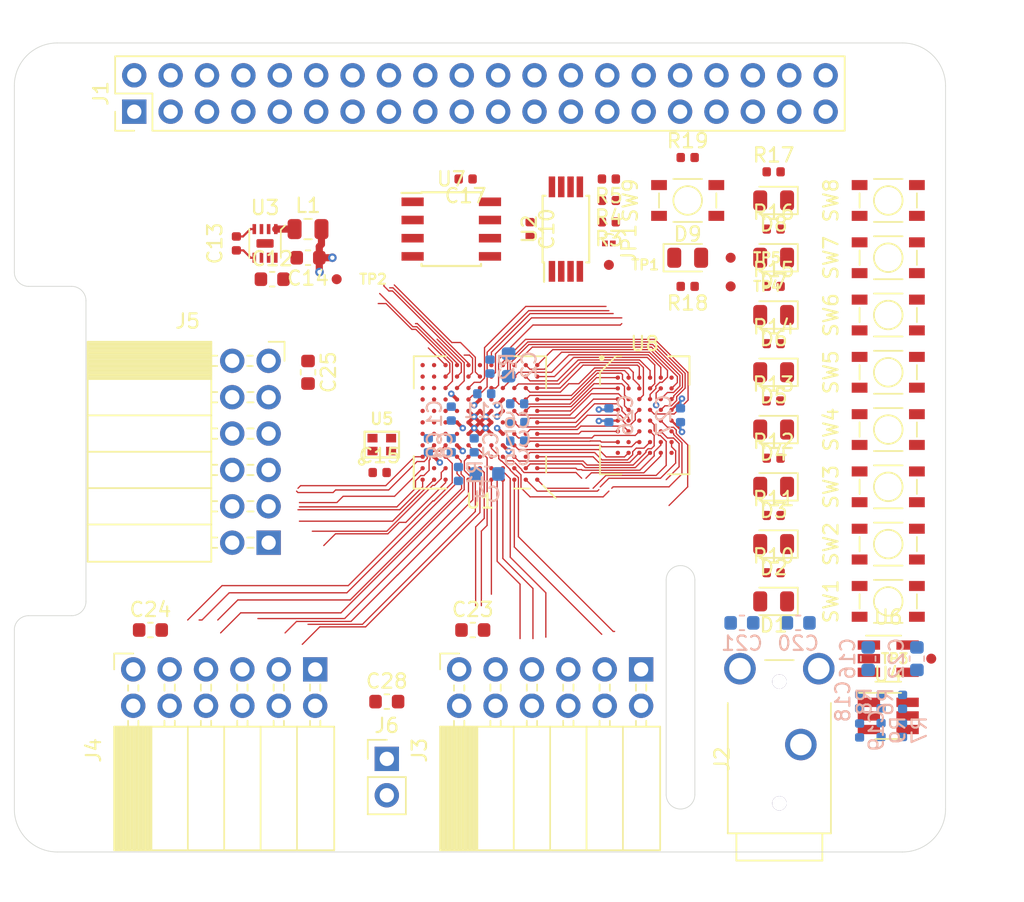
<source format=kicad_pcb>
(kicad_pcb (version 20171130) (host pcbnew 5.1.2+dfsg1-1)
  (layers (0 F.Cu signal) (1 In1.Cu power hide) (2 In2.Cu power) (31 B.Cu signal) (34 B.Paste user) (35 F.Paste user) (36 B.SilkS user hide) (37 F.SilkS user hide) (38 B.Mask user) (39 F.Mask user) (44 Edge.Cuts user))
  (net 0 "")
  (net 1 GND)
  (net 2 +1V2)
  (net 3 "Net-(C2-Pad2)")
  (net 4 "Net-(C2-Pad1)")
  (net 5 "Net-(C4-Pad2)")
  (net 6 "Net-(C4-Pad1)")
  (net 7 +3V3)
  (net 8 +5V)
  (net 9 "Net-(C13-Pad2)")
  (net 10 "Net-(C18-Pad1)")
  (net 11 "Net-(C19-Pad1)")
  (net 12 "Net-(C20-Pad1)")
  (net 13 "Net-(C21-Pad1)")
  (net 14 +3.3VDAC)
  (net 15 "Net-(D1-Pad1)")
  (net 16 /LED0)
  (net 17 /LED1)
  (net 18 "Net-(D2-Pad1)")
  (net 19 "Net-(D3-Pad1)")
  (net 20 /LED2)
  (net 21 /LED3)
  (net 22 "Net-(D4-Pad1)")
  (net 23 /LED4)
  (net 24 "Net-(D5-Pad1)")
  (net 25 "Net-(D6-Pad1)")
  (net 26 /LED5)
  (net 27 /LED6)
  (net 28 "Net-(D7-Pad1)")
  (net 29 "Net-(D8-Pad1)")
  (net 30 /LED7)
  (net 31 /GP13_FPGA_CDONE)
  (net 32 "Net-(J1-Pad3)")
  (net 33 "Net-(J1-Pad5)")
  (net 34 "Net-(J1-Pad7)")
  (net 35 /GP14_UART_TXD)
  (net 36 /GP15_UART_RXD)
  (net 37 "Net-(J1-Pad11)")
  (net 38 "Net-(J1-Pad12)")
  (net 39 /GP27_SDIO_DAT3)
  (net 40 /GP22_SDIO_CLK)
  (net 41 /GP23_SDIO_CMD)
  (net 42 /GP24_SDIO_DAT0)
  (net 43 /GP10_SPI_MOSI)
  (net 44 /GP9_SPI_MISO)
  (net 45 /GP25_SDIO_DAT1)
  (net 46 /GP11_SPI_SCK)
  (net 47 /GP8_SPI_~CS)
  (net 48 "Net-(J1-Pad26)")
  (net 49 /ID_SD)
  (net 50 /ID_SC)
  (net 51 "Net-(J1-Pad29)")
  (net 52 "Net-(J1-Pad31)")
  (net 53 /GP12_FPGA_~RST)
  (net 54 "Net-(J1-Pad35)")
  (net 55 "Net-(J1-Pad36)")
  (net 56 /GP26_SDIO_DAT2)
  (net 57 "Net-(J1-Pad38)")
  (net 58 "Net-(J1-Pad40)")
  (net 59 /IO0_0)
  (net 60 /IO0_1)
  (net 61 /IO0_2)
  (net 62 /IO0_3)
  (net 63 /IO0_4)
  (net 64 /IO0_5)
  (net 65 /IO0_6)
  (net 66 /IO0_7)
  (net 67 /IO1_7)
  (net 68 /IO1_6)
  (net 69 /IO1_5)
  (net 70 /IO1_4)
  (net 71 /IO1_3)
  (net 72 /IO1_2)
  (net 73 /IO1_1)
  (net 74 /IO1_0)
  (net 75 /IO2_0)
  (net 76 /IO2_1)
  (net 77 /IO2_2)
  (net 78 /IO2_3)
  (net 79 /IO2_4)
  (net 80 /IO2_5)
  (net 81 /IO2_6)
  (net 82 /IO2_7)
  (net 83 "Net-(JP1-Pad1)")
  (net 84 "Net-(L1-Pad1)")
  (net 85 "Net-(R6-Pad2)")
  (net 86 "Net-(R7-Pad2)")
  (net 87 /SW0)
  (net 88 /SW1)
  (net 89 /SW2)
  (net 90 /SW3)
  (net 91 /SW4)
  (net 92 /SW5)
  (net 93 /SW6)
  (net 94 /SW7)
  (net 95 /SRAM_DQ0)
  (net 96 /SRAM_DQ5)
  (net 97 /SRAM_DQ7)
  (net 98 /SRAM_DQ6)
  (net 99 /SRAM_DQ12)
  (net 100 /SRAM_A9)
  (net 101 /SRAM_A2)
  (net 102 /SRAM_A4)
  (net 103 /SRAM_A5)
  (net 104 /SRAM_A10)
  (net 105 /SRAM_DQ1)
  (net 106 /SRAM_DQ4)
  (net 107 /SRAM_DQ8)
  (net 108 /SRAM_DQ10)
  (net 109 /SRAM_DQ13)
  (net 110 /SRAM_DQ15)
  (net 111 /SRAM_A3)
  (net 112 /SRAM_A7)
  (net 113 /SRAM_A6)
  (net 114 /SRAM_A12)
  (net 115 /SRAM_DQ3)
  (net 116 /SRAM_DQ9)
  (net 117 /SRAM_DQ11)
  (net 118 /SRAM_A8)
  (net 119 /SRAM_A0)
  (net 120 /SRAM_A1)
  (net 121 /SRAM_A11)
  (net 122 /SRAM_A13)
  (net 123 /SRAM_A15)
  (net 124 /SRAM_DQ2)
  (net 125 /SRAM_DQ14)
  (net 126 /SRAM_A14)
  (net 127 /SRAM_A17)
  (net 128 /SRAM_A16)
  (net 129 /SRAM_~WE)
  (net 130 /SRAM_~OE)
  (net 131 /SRAM_~LB)
  (net 132 /SRAM_~UB)
  (net 133 /AUDIO_R_PWM)
  (net 134 "Net-(U1-PadB10)")
  (net 135 /CLK_OSC)
  (net 136 /AUDIO_L_PWM)
  (module Capacitor_SMD:C_0402_1005Metric (layer B.Cu) (at 128.9 108.1 90)
    (fp_text reference C8 (at 0 1.17 90) (layer B.SilkS) (effects (justify mirror)))
    (fp_text value 100n)
    (pad 2 smd roundrect (at 0.485 0 90) (size 0.59 0.64) (layers B.Cu B.Paste B.Mask) (net 1 GND))
    (pad 1 smd roundrect (at -0.485 0 90) (size 0.59 0.64) (layers B.Cu B.Paste B.Mask) (net 7 +3V3))
  )
  (module fpga_hat:BGA-121_11x11_9.0x9.0mm (layer F.Cu) (at 132.5 106.5 180)
    (fp_text reference U1 (at 0 -5.5) (layer F.SilkS))
    (fp_text value iCE40-HX8k-BG121)
    (pad A1 smd circle (at -4 -4 180) (size 0.3 0.3) (layers F.Cu F.Paste F.Mask) (net 79 /IO2_4))
    (pad B1 smd circle (at -4 -3.2 180) (size 0.3 0.3) (layers F.Cu F.Paste F.Mask) (net 129 /SRAM_~WE))
    (pad C1 smd circle (at -4 -2.4 180) (size 0.3 0.3) (layers F.Cu F.Paste F.Mask) (net 100 /SRAM_A9))
    (pad D1 smd circle (at -4 -1.6 180) (size 0.3 0.3) (layers F.Cu F.Paste F.Mask) (net 114 /SRAM_A12))
    (pad E1 smd circle (at -4 -0.8 180) (size 0.3 0.3) (layers F.Cu F.Paste F.Mask) (net 125 /SRAM_DQ14))
    (pad F1 smd circle (at -4 0 180) (size 0.3 0.3) (layers F.Cu F.Paste F.Mask) (net 99 /SRAM_DQ12))
    (pad G1 smd circle (at -4 0.8 180) (size 0.3 0.3) (layers F.Cu F.Paste F.Mask) (net 107 /SRAM_DQ8))
    (pad H1 smd circle (at -4 1.6 180) (size 0.3 0.3) (layers F.Cu F.Paste F.Mask) (net 132 /SRAM_~UB))
    (pad J1 smd circle (at -4 2.4 180) (size 0.3 0.3) (layers F.Cu F.Paste F.Mask) (net 119 /SRAM_A0))
    (pad K1 smd circle (at -4 3.2 180) (size 0.3 0.3) (layers F.Cu F.Paste F.Mask) (net 102 /SRAM_A4))
    (pad L1 smd circle (at -4 4 180) (size 0.3 0.3) (layers F.Cu F.Paste F.Mask) (net 95 /SRAM_DQ0))
    (pad A2 smd circle (at -3.2 -4 180) (size 0.3 0.3) (layers F.Cu F.Paste F.Mask) (net 77 /IO2_2))
    (pad B2 smd circle (at -3.2 -3.2 180) (size 0.3 0.3) (layers F.Cu F.Paste F.Mask) (net 104 /SRAM_A10))
    (pad C2 smd circle (at -3.2 -2.4 180) (size 0.3 0.3) (layers F.Cu F.Paste F.Mask) (net 122 /SRAM_A13))
    (pad D2 smd circle (at -3.2 -1.6 180) (size 0.3 0.3) (layers F.Cu F.Paste F.Mask) (net 110 /SRAM_DQ15))
    (pad E2 smd circle (at -3.2 -0.8 180) (size 0.3 0.3) (layers F.Cu F.Paste F.Mask) (net 109 /SRAM_DQ13))
    (pad F2 smd circle (at -3.2 0 180) (size 0.3 0.3) (layers F.Cu F.Paste F.Mask) (net 116 /SRAM_DQ9))
    (pad G2 smd circle (at -3.2 0.8 180) (size 0.3 0.3) (layers F.Cu F.Paste F.Mask) (net 108 /SRAM_DQ10))
    (pad H2 smd circle (at -3.2 1.6 180) (size 0.3 0.3) (layers F.Cu F.Paste F.Mask) (net 130 /SRAM_~OE))
    (pad J2 smd circle (at -3.2 2.4 180) (size 0.3 0.3) (layers F.Cu F.Paste F.Mask) (net 128 /SRAM_A16))
    (pad K2 smd circle (at -3.2 3.2 180) (size 0.3 0.3) (layers F.Cu F.Paste F.Mask) (net 120 /SRAM_A1))
    (pad L2 smd circle (at -3.2 4 180) (size 0.3 0.3) (layers F.Cu F.Paste F.Mask) (net 113 /SRAM_A6))
    (pad A3 smd circle (at -2.4 -4 180) (size 0.3 0.3) (layers F.Cu F.Paste F.Mask) (net 78 /IO2_3))
    (pad B3 smd circle (at -2.4 -3.2 180) (size 0.3 0.3) (layers F.Cu F.Paste F.Mask) (net 76 /IO2_1))
    (pad C3 smd circle (at -2.4 -2.4 180) (size 0.3 0.3) (layers F.Cu F.Paste F.Mask) (net 123 /SRAM_A15))
    (pad D3 smd circle (at -2.4 -1.6 180) (size 0.3 0.3) (layers F.Cu F.Paste F.Mask) (net 118 /SRAM_A8))
    (pad E3 smd circle (at -2.4 -0.8 180) (size 0.3 0.3) (layers F.Cu F.Paste F.Mask) (net 126 /SRAM_A14))
    (pad F3 smd circle (at -2.4 0 180) (size 0.3 0.3) (layers F.Cu F.Paste F.Mask) (net 127 /SRAM_A17))
    (pad G3 smd circle (at -2.4 0.8 180) (size 0.3 0.3) (layers F.Cu F.Paste F.Mask) (net 117 /SRAM_DQ11))
    (pad H3 smd circle (at -2.4 1.6 180) (size 0.3 0.3) (layers F.Cu F.Paste F.Mask) (net 131 /SRAM_~LB))
    (pad J3 smd circle (at -2.4 2.4 180) (size 0.3 0.3) (layers F.Cu F.Paste F.Mask) (net 103 /SRAM_A5))
    (pad K3 smd circle (at -2.4 3.2 180) (size 0.3 0.3) (layers F.Cu F.Paste F.Mask) (net 101 /SRAM_A2))
    (pad L3 smd circle (at -2.4 4 180) (size 0.3 0.3) (layers F.Cu F.Paste F.Mask) (net 105 /SRAM_DQ1))
    (pad A4 smd circle (at -1.6 -4 180) (size 0.3 0.3) (layers F.Cu F.Paste F.Mask) (net 68 /IO1_6))
    (pad B4 smd circle (at -1.6 -3.2 180) (size 0.3 0.3) (layers F.Cu F.Paste F.Mask) (net 75 /IO2_0))
    (pad C4 smd circle (at -1.6 -2.4 180) (size 0.3 0.3) (layers F.Cu F.Paste F.Mask) (net 96 /SRAM_DQ5))
    (pad D4 smd circle (at -1.6 -1.6 180) (size 0.3 0.3) (layers F.Cu F.Paste F.Mask) (net 2 +1V2))
    (pad E4 smd circle (at -1.6 -0.8 180) (size 0.3 0.3) (layers F.Cu F.Paste F.Mask) (net 7 +3V3))
    (pad F4 smd circle (at -1.6 0 180) (size 0.3 0.3) (layers F.Cu F.Paste F.Mask) (net 98 /SRAM_DQ6))
    (pad G4 smd circle (at -1.6 0.8 180) (size 0.3 0.3) (layers F.Cu F.Paste F.Mask) (net 7 +3V3))
    (pad H4 smd circle (at -1.6 1.6 180) (size 0.3 0.3) (layers F.Cu F.Paste F.Mask) (net 2 +1V2))
    (pad J4 smd circle (at -1.6 2.4 180) (size 0.3 0.3) (layers F.Cu F.Paste F.Mask) (net 124 /SRAM_DQ2))
    (pad K4 smd circle (at -1.6 3.2 180) (size 0.3 0.3) (layers F.Cu F.Paste F.Mask) (net 115 /SRAM_DQ3))
    (pad L4 smd circle (at -1.6 4 180) (size 0.3 0.3) (layers F.Cu F.Paste F.Mask) (net 112 /SRAM_A7))
    (pad A5 smd circle (at -0.8 -4 180) (size 0.3 0.3) (layers F.Cu F.Paste F.Mask) (net 70 /IO1_4))
    (pad B5 smd circle (at -0.8 -3.2 180) (size 0.3 0.3) (layers F.Cu F.Paste F.Mask) (net 69 /IO1_5))
    (pad C5 smd circle (at -0.8 -2.4 180) (size 0.3 0.3) (layers F.Cu F.Paste F.Mask) (net 5 "Net-(C4-Pad2)"))
    (pad D5 smd circle (at -0.8 -1.6 180) (size 0.3 0.3) (layers F.Cu F.Paste F.Mask) (net 67 /IO1_7))
    (pad E5 smd circle (at -0.8 -0.8 180) (size 0.3 0.3) (layers F.Cu F.Paste F.Mask) (net 1 GND))
    (pad F5 smd circle (at -0.8 0 180) (size 0.3 0.3) (layers F.Cu F.Paste F.Mask) (net 1 GND))
    (pad G5 smd circle (at -0.8 0.8 180) (size 0.3 0.3) (layers F.Cu F.Paste F.Mask) (net 1 GND))
    (pad H5 smd circle (at -0.8 1.6 180) (size 0.3 0.3) (layers F.Cu F.Paste F.Mask) (net 1 GND))
    (pad J5 smd circle (at -0.8 2.4 180) (size 0.3 0.3) (layers F.Cu F.Paste F.Mask) (net 121 /SRAM_A11))
    (pad K5 smd circle (at -0.8 3.2 180) (size 0.3 0.3) (layers F.Cu F.Paste F.Mask) (net 111 /SRAM_A3))
    (pad L5 smd circle (at -0.8 4 180) (size 0.3 0.3) (layers F.Cu F.Paste F.Mask) (net 56 /GP26_SDIO_DAT2))
    (pad A6 smd circle (at 0 -4 180) (size 0.3 0.3) (layers F.Cu F.Paste F.Mask) (net 71 /IO1_3))
    (pad B6 smd circle (at 0 -3.2 180) (size 0.3 0.3) (layers F.Cu F.Paste F.Mask) (net 81 /IO2_6))
    (pad C6 smd circle (at 0 -2.4 180) (size 0.3 0.3) (layers F.Cu F.Paste F.Mask) (net 6 "Net-(C4-Pad1)"))
    (pad D6 smd circle (at 0 -1.6 180) (size 0.3 0.3) (layers F.Cu F.Paste F.Mask) (net 7 +3V3))
    (pad E6 smd circle (at 0 -0.8 180) (size 0.3 0.3) (layers F.Cu F.Paste F.Mask) (net 1 GND))
    (pad F6 smd circle (at 0 0 180) (size 0.3 0.3) (layers F.Cu F.Paste F.Mask) (net 1 GND))
    (pad G6 smd circle (at 0 0.8 180) (size 0.3 0.3) (layers F.Cu F.Paste F.Mask) (net 1 GND))
    (pad H6 smd circle (at 0 1.6 180) (size 0.3 0.3) (layers F.Cu F.Paste F.Mask) (net 7 +3V3))
    (pad J6 smd circle (at 0 2.4 180) (size 0.3 0.3) (layers F.Cu F.Paste F.Mask) (net 4 "Net-(C2-Pad1)"))
    (pad K6 smd circle (at 0 3.2 180) (size 0.3 0.3) (layers F.Cu F.Paste F.Mask) (net 39 /GP27_SDIO_DAT3))
    (pad L6 smd circle (at 0 4 180) (size 0.3 0.3) (layers F.Cu F.Paste F.Mask) (net 3 "Net-(C2-Pad2)"))
    (pad A7 smd circle (at 0.8 -4 180) (size 0.3 0.3) (layers F.Cu F.Paste F.Mask) (net 72 /IO1_2))
    (pad B7 smd circle (at 0.8 -3.2 180) (size 0.3 0.3) (layers F.Cu F.Paste F.Mask) (net 80 /IO2_5))
    (pad C7 smd circle (at 0.8 -2.4 180) (size 0.3 0.3) (layers F.Cu F.Paste F.Mask) (net 73 /IO1_1))
    (pad D7 smd circle (at 0.8 -1.6 180) (size 0.3 0.3) (layers F.Cu F.Paste F.Mask) (net 66 /IO0_7))
    (pad E7 smd circle (at 0.8 -0.8 180) (size 0.3 0.3) (layers F.Cu F.Paste F.Mask) (net 1 GND))
    (pad F7 smd circle (at 0.8 0 180) (size 0.3 0.3) (layers F.Cu F.Paste F.Mask) (net 1 GND))
    (pad G7 smd circle (at 0.8 0.8 180) (size 0.3 0.3) (layers F.Cu F.Paste F.Mask) (net 1 GND))
    (pad H7 smd circle (at 0.8 1.6 180) (size 0.3 0.3) (layers F.Cu F.Paste F.Mask) (net 97 /SRAM_DQ7))
    (pad J7 smd circle (at 0.8 2.4 180) (size 0.3 0.3) (layers F.Cu F.Paste F.Mask) (net 106 /SRAM_DQ4))
    (pad K7 smd circle (at 0.8 3.2 180) (size 0.3 0.3) (layers F.Cu F.Paste F.Mask) (net 133 /AUDIO_R_PWM))
    (pad L7 smd circle (at 0.8 4 180) (size 0.3 0.3) (layers F.Cu F.Paste F.Mask) (net 41 /GP23_SDIO_CMD))
    (pad A8 smd circle (at 1.6 -4 180) (size 0.3 0.3) (layers F.Cu F.Paste F.Mask) (net 74 /IO1_0))
    (pad B8 smd circle (at 1.6 -3.2 180) (size 0.3 0.3) (layers F.Cu F.Paste F.Mask) (net 63 /IO0_4))
    (pad C8 smd circle (at 1.6 -2.4 180) (size 0.3 0.3) (layers F.Cu F.Paste F.Mask) (net 65 /IO0_6))
    (pad D8 smd circle (at 1.6 -1.6 180) (size 0.3 0.3) (layers F.Cu F.Paste F.Mask) (net 2 +1V2))
    (pad E8 smd circle (at 1.6 -0.8 180) (size 0.3 0.3) (layers F.Cu F.Paste F.Mask) (net 90 /SW3))
    (pad F8 smd circle (at 1.6 0 180) (size 0.3 0.3) (layers F.Cu F.Paste F.Mask) (net 7 +3V3))
    (pad G8 smd circle (at 1.6 0.8 180) (size 0.3 0.3) (layers F.Cu F.Paste F.Mask) (net 21 /LED3))
    (pad H8 smd circle (at 1.6 1.6 180) (size 0.3 0.3) (layers F.Cu F.Paste F.Mask) (net 2 +1V2))
    (pad J8 smd circle (at 1.6 2.4 180) (size 0.3 0.3) (layers F.Cu F.Paste F.Mask) (net 40 /GP22_SDIO_CLK))
    (pad K8 smd circle (at 1.6 3.2 180) (size 0.3 0.3) (layers F.Cu F.Paste F.Mask) (net 31 /GP13_FPGA_CDONE))
    (pad L8 smd circle (at 1.6 4 180) (size 0.3 0.3) (layers F.Cu F.Paste F.Mask) (net 42 /GP24_SDIO_DAT0))
    (pad A9 smd circle (at 2.4 -4 180) (size 0.3 0.3) (layers F.Cu F.Paste F.Mask) (net 64 /IO0_5))
    (pad B9 smd circle (at 2.4 -3.2 180) (size 0.3 0.3) (layers F.Cu F.Paste F.Mask) (net 62 /IO0_3))
    (pad C9 smd circle (at 2.4 -2.4 180) (size 0.3 0.3) (layers F.Cu F.Paste F.Mask) (net 61 /IO0_2))
    (pad D9 smd circle (at 2.4 -1.6 180) (size 0.3 0.3) (layers F.Cu F.Paste F.Mask) (net 91 /SW4))
    (pad E9 smd circle (at 2.4 -0.8 180) (size 0.3 0.3) (layers F.Cu F.Paste F.Mask) (net 89 /SW2))
    (pad F9 smd circle (at 2.4 0 180) (size 0.3 0.3) (layers F.Cu F.Paste F.Mask) (net 88 /SW1))
    (pad G9 smd circle (at 2.4 0.8 180) (size 0.3 0.3) (layers F.Cu F.Paste F.Mask) (net 27 /LED6))
    (pad H9 smd circle (at 2.4 1.6 180) (size 0.3 0.3) (layers F.Cu F.Paste F.Mask) (net 45 /GP25_SDIO_DAT1))
    (pad J9 smd circle (at 2.4 2.4 180) (size 0.3 0.3) (layers F.Cu F.Paste F.Mask) (net 44 /GP9_SPI_MISO))
    (pad K9 smd circle (at 2.4 3.2 180) (size 0.3 0.3) (layers F.Cu F.Paste F.Mask) (net 43 /GP10_SPI_MOSI))
    (pad L9 smd circle (at 2.4 4 180) (size 0.3 0.3) (layers F.Cu F.Paste F.Mask) (net 53 /GP12_FPGA_~RST))
    (pad A10 smd circle (at 3.2 -4 180) (size 0.3 0.3) (layers F.Cu F.Paste F.Mask) (net 60 /IO0_1))
    (pad B10 smd circle (at 3.2 -3.2 180) (size 0.3 0.3) (layers F.Cu F.Paste F.Mask) (net 134 "Net-(U1-PadB10)"))
    (pad C10 smd circle (at 3.2 -2.4 180) (size 0.3 0.3) (layers F.Cu F.Paste F.Mask) (net 7 +3V3))
    (pad D10 smd circle (at 3.2 -1.6 180) (size 0.3 0.3) (layers F.Cu F.Paste F.Mask) (net 94 /SW7))
    (pad E10 smd circle (at 3.2 -0.8 180) (size 0.3 0.3) (layers F.Cu F.Paste F.Mask) (net 135 /CLK_OSC))
    (pad F10 smd circle (at 3.2 0 180) (size 0.3 0.3) (layers F.Cu F.Paste F.Mask) (net 87 /SW0))
    (pad G10 smd circle (at 3.2 0.8 180) (size 0.3 0.3) (layers F.Cu F.Paste F.Mask) (net 26 /LED5))
    (pad H10 smd circle (at 3.2 1.6 180) (size 0.3 0.3) (layers F.Cu F.Paste F.Mask) (net 17 /LED1))
    (pad J10 smd circle (at 3.2 2.4 180) (size 0.3 0.3) (layers F.Cu F.Paste F.Mask) (net 20 /LED2))
    (pad K10 smd circle (at 3.2 3.2 180) (size 0.3 0.3) (layers F.Cu F.Paste F.Mask) (net 47 /GP8_SPI_~CS))
    (pad L10 smd circle (at 3.2 4 180) (size 0.3 0.3) (layers F.Cu F.Paste F.Mask) (net 46 /GP11_SPI_SCK))
    (pad A11 smd circle (at 4 -4 180) (size 0.3 0.3) (layers F.Cu F.Paste F.Mask) (net 59 /IO0_0))
    (pad B11 smd circle (at 4 -3.2 180) (size 0.3 0.3) (layers F.Cu F.Paste F.Mask) (net 36 /GP15_UART_RXD))
    (pad C11 smd circle (at 4 -2.4 180) (size 0.3 0.3) (layers F.Cu F.Paste F.Mask) (net 35 /GP14_UART_TXD))
    (pad D11 smd circle (at 4 -1.6 180) (size 0.3 0.3) (layers F.Cu F.Paste F.Mask) (net 93 /SW6))
    (pad E11 smd circle (at 4 -0.8 180) (size 0.3 0.3) (layers F.Cu F.Paste F.Mask) (net 92 /SW5))
    (pad F11 smd circle (at 4 0 180) (size 0.3 0.3) (layers F.Cu F.Paste F.Mask) (net 136 /AUDIO_L_PWM))
    (pad G11 smd circle (at 4 0.8 180) (size 0.3 0.3) (layers F.Cu F.Paste F.Mask) (net 30 /LED7))
    (pad H11 smd circle (at 4 1.6 180) (size 0.3 0.3) (layers F.Cu F.Paste F.Mask) (net 23 /LED4))
    (pad J11 smd circle (at 4 2.4 180) (size 0.3 0.3) (layers F.Cu F.Paste F.Mask) (net 82 /IO2_7))
    (pad K11 smd circle (at 4 3.2 180) (size 0.3 0.3) (layers F.Cu F.Paste F.Mask) (net 16 /LED0))
    (pad L11 smd circle (at 4 4 180) (size 0.3 0.3) (layers F.Cu F.Paste F.Mask) (net 7 +3V3))
  )
  (module fpga_hat:MOUNTHOLE_M2.5 (layer F.Cu) (at 161.5 83.5)
    (fp_text reference REF** hide)
    (fp_text value MOUNTHOLE_M2.5 hide)
    (pad "" np_thru_hole circle (at 0 0) (size 2.75 2.75) (drill 2.75) (layers *.Cu *.Mask) (thermal_gap 1.9))
  )
  (module fpga_hat:MOUNTHOLE_M2.5 (layer F.Cu) (at 161.5 133)
    (fp_text reference REF** hide)
    (fp_text value MOUNTHOLE_M2.5 hide)
    (pad "" np_thru_hole circle (at 0 0) (size 2.75 2.75) (drill 2.75) (layers *.Cu *.Mask) (thermal_gap 1.9))
  )
  (module fpga_hat:MOUNTHOLE_M2.5 (layer F.Cu) (at 103.5 133)
    (fp_text reference REF** hide)
    (fp_text value MOUNTHOLE_M2.5 hide)
    (pad "" np_thru_hole circle (at 0 0) (size 2.75 2.75) (drill 2.75) (layers *.Cu *.Mask) (thermal_gap 1.9))
  )
  (module fpga_hat:MOUNTHOLE_M2.5 (layer F.Cu) (at 103.5 83.5)
    (fp_text reference REF** hide)
    (fp_text value MOUNTHOLE_M2.5 hide)
    (pad "" np_thru_hole circle (at 0 0) (size 2.75 2.75) (drill 2.75) (layers *.Cu *.Mask) (thermal_gap 1.9))
  )
  (module Capacitor_SMD:C_0402_1005Metric (layer B.Cu) (at 130.5 105.885 270)
    (fp_text reference C1 (at 0 1.17 90) (layer B.SilkS) (effects (justify mirror)))
    (fp_text value 100n)
    (pad 2 smd roundrect (at 0.485 0 270) (size 0.59 0.64) (layers B.Cu B.Paste B.Mask) (net 1 GND))
    (pad 1 smd roundrect (at -0.485 0 270) (size 0.59 0.64) (layers B.Cu B.Paste B.Mask) (net 2 +1V2))
  )
  (module Capacitor_SMD:C_0603_1608Metric (layer B.Cu) (at 134.5 102.4875 90)
    (fp_text reference C2 (at 0 1.43 90) (layer B.SilkS) (effects (justify mirror)))
    (fp_text value 4u7)
    (pad 2 smd roundrect (at 0.7875 0 90) (size 0.875 0.95) (layers B.Cu B.Paste B.Mask) (net 3 "Net-(C2-Pad2)"))
    (pad 1 smd roundrect (at -0.7875 0 90) (size 0.875 0.95) (layers B.Cu B.Paste B.Mask) (net 4 "Net-(C2-Pad1)"))
  )
  (module Capacitor_SMD:C_0402_1005Metric (layer B.Cu) (at 132.1 108.1 90)
    (fp_text reference C3 (at 0 1.17 90) (layer B.SilkS) (effects (justify mirror)))
    (fp_text value 100n)
    (pad 1 smd roundrect (at -0.485 0 90) (size 0.59 0.64) (layers B.Cu B.Paste B.Mask) (net 2 +1V2))
    (pad 2 smd roundrect (at 0.485 0 90) (size 0.59 0.64) (layers B.Cu B.Paste B.Mask) (net 1 GND))
  )
  (module Capacitor_SMD:C_0603_1608Metric (layer B.Cu) (at 133 110.1)
    (fp_text reference C4 (at 0 1.43) (layer B.SilkS) (effects (justify mirror)))
    (fp_text value 4u7)
    (pad 1 smd roundrect (at -0.7875 0) (size 0.875 0.95) (layers B.Cu B.Paste B.Mask) (net 6 "Net-(C4-Pad1)"))
    (pad 2 smd roundrect (at 0.7875 0) (size 0.875 0.95) (layers B.Cu B.Paste B.Mask) (net 5 "Net-(C4-Pad2)"))
  )
  (module Capacitor_SMD:C_0402_1005Metric (layer B.Cu) (at 135.1 107.8)
    (fp_text reference C5 (at 0 1.17 180) (layer B.SilkS) (effects (justify mirror)))
    (fp_text value 100n)
    (pad 1 smd roundrect (at -0.485 0) (size 0.59 0.64) (layers B.Cu B.Paste B.Mask) (net 2 +1V2))
    (pad 2 smd roundrect (at 0.485 0) (size 0.59 0.64) (layers B.Cu B.Paste B.Mask) (net 1 GND))
  )
  (module Capacitor_SMD:C_0402_1005Metric (layer B.Cu) (at 135.1 105.2)
    (fp_text reference C6 (at 0 1.17) (layer B.SilkS) (effects (justify mirror)))
    (fp_text value 100n)
    (pad 2 smd roundrect (at 0.485 0) (size 0.59 0.64) (layers B.Cu B.Paste B.Mask) (net 1 GND))
    (pad 1 smd roundrect (at -0.485 0) (size 0.59 0.64) (layers B.Cu B.Paste B.Mask) (net 2 +1V2))
  )
  (module Capacitor_SMD:C_0402_1005Metric (layer B.Cu) (at 135.115 106.5)
    (fp_text reference C7 (at 0 1.17 180) (layer B.SilkS) (effects (justify mirror)))
    (fp_text value 100n)
    (pad 2 smd roundrect (at 0.485 0) (size 0.59 0.64) (layers B.Cu B.Paste B.Mask) (net 1 GND))
    (pad 1 smd roundrect (at -0.485 0) (size 0.59 0.64) (layers B.Cu B.Paste B.Mask) (net 7 +3V3))
  )
  (module Capacitor_SMD:C_0402_1005Metric (layer B.Cu) (at 130.5 108.1 270)
    (fp_text reference C9 (at 0 1.17 90) (layer B.SilkS) (effects (justify mirror)))
    (fp_text value 100n)
    (pad 2 smd roundrect (at 0.485 0 270) (size 0.59 0.64) (layers B.Cu B.Paste B.Mask) (net 1 GND))
    (pad 1 smd roundrect (at -0.485 0 270) (size 0.59 0.64) (layers B.Cu B.Paste B.Mask) (net 7 +3V3))
  )
  (module Capacitor_SMD:C_0402_1005Metric (layer F.Cu) (at 136 93 270)
    (fp_text reference C10 (at 0 -1.17 90) (layer F.SilkS))
    (fp_text value 100n)
    (pad 2 smd roundrect (at 0.485 0 270) (size 0.59 0.64) (layers F.Cu F.Paste F.Mask) (net 1 GND))
    (pad 1 smd roundrect (at -0.485 0 270) (size 0.59 0.64) (layers F.Cu F.Paste F.Mask) (net 7 +3V3))
  )
  (module Capacitor_SMD:C_0402_1005Metric (layer B.Cu) (at 132.8 104.5)
    (fp_text reference C11 (at 0 1.17) (layer B.SilkS) (effects (justify mirror)))
    (fp_text value 100n)
    (pad 1 smd roundrect (at -0.485 0) (size 0.59 0.64) (layers B.Cu B.Paste B.Mask) (net 7 +3V3))
    (pad 2 smd roundrect (at 0.485 0) (size 0.59 0.64) (layers B.Cu B.Paste B.Mask) (net 1 GND))
  )
  (module Capacitor_SMD:C_0603_1608Metric (layer F.Cu) (at 118 96.5)
    (fp_text reference C12 (at 0 -1.43) (layer F.SilkS))
    (fp_text value 4u7)
    (pad 2 smd roundrect (at 0.7875 0) (size 0.875 0.95) (layers F.Cu F.Paste F.Mask) (net 1 GND))
    (pad 1 smd roundrect (at -0.7875 0) (size 0.875 0.95) (layers F.Cu F.Paste F.Mask) (net 8 +5V))
  )
  (module Capacitor_SMD:C_0402_1005Metric (layer F.Cu) (at 115.5 94 270)
    (fp_text reference C13 (at 0 1.5 90) (layer F.SilkS))
    (fp_text value 560p)
    (pad 1 smd roundrect (at -0.485 0 270) (size 0.59 0.64) (layers F.Cu F.Paste F.Mask) (net 2 +1V2))
    (pad 2 smd roundrect (at 0.485 0 270) (size 0.59 0.64) (layers F.Cu F.Paste F.Mask) (net 9 "Net-(C13-Pad2)"))
  )
  (module Capacitor_SMD:C_0603_1608Metric (layer F.Cu) (at 120.5 95 180)
    (fp_text reference C14 (at 0 -1.43) (layer F.SilkS))
    (fp_text value 4u7)
    (pad 2 smd roundrect (at 0.7875 0 180) (size 0.875 0.95) (layers F.Cu F.Paste F.Mask) (net 1 GND))
    (pad 1 smd roundrect (at -0.7875 0 180) (size 0.875 0.95) (layers F.Cu F.Paste F.Mask) (net 2 +1V2))
  )
  (module Capacitor_SMD:C_0402_1005Metric (layer F.Cu) (at 125.5 110)
    (fp_text reference C15 (at 0 -1.17) (layer F.SilkS))
    (fp_text value 100n)
    (pad 2 smd roundrect (at 0.485 0) (size 0.59 0.64) (layers F.Cu F.Paste F.Mask) (net 1 GND))
    (pad 1 smd roundrect (at -0.485 0) (size 0.59 0.64) (layers F.Cu F.Paste F.Mask) (net 7 +3V3))
  )
  (module Capacitor_SMD:C_0603_1608Metric (layer B.Cu) (at 159.6 123 270)
    (fp_text reference C16 (at 0 1.43 90) (layer B.SilkS) (effects (justify mirror)))
    (fp_text value 1u)
    (pad 1 smd roundrect (at -0.7875 0 270) (size 0.875 0.95) (layers B.Cu B.Paste B.Mask) (net 8 +5V))
    (pad 2 smd roundrect (at 0.7875 0 270) (size 0.875 0.95) (layers B.Cu B.Paste B.Mask) (net 1 GND))
  )
  (module Capacitor_SMD:C_0402_1005Metric (layer F.Cu) (at 131.5 89.5 180)
    (fp_text reference C17 (at 0 -1.17) (layer F.SilkS))
    (fp_text value 100n)
    (pad 1 smd roundrect (at -0.485 0 180) (size 0.59 0.64) (layers F.Cu F.Paste F.Mask) (net 7 +3V3))
    (pad 2 smd roundrect (at 0.485 0 180) (size 0.59 0.64) (layers F.Cu F.Paste F.Mask) (net 1 GND))
  )
  (module Capacitor_SMD:C_0402_1005Metric (layer B.Cu) (at 159 125.985 270)
    (fp_text reference C18 (at 0 1.17 90) (layer B.SilkS) (effects (justify mirror)))
    (fp_text value 100n)
    (pad 1 smd roundrect (at -0.485 0 270) (size 0.59 0.64) (layers B.Cu B.Paste B.Mask) (net 10 "Net-(C18-Pad1)"))
    (pad 2 smd roundrect (at 0.485 0 270) (size 0.59 0.64) (layers B.Cu B.Paste B.Mask) (net 1 GND))
  )
  (module Capacitor_SMD:C_0402_1005Metric (layer B.Cu) (at 159 128.015 90)
    (fp_text reference C19 (at 0 1.17 90) (layer B.SilkS) (effects (justify mirror)))
    (fp_text value 100n)
    (pad 1 smd roundrect (at -0.485 0 90) (size 0.59 0.64) (layers B.Cu B.Paste B.Mask) (net 11 "Net-(C19-Pad1)"))
    (pad 2 smd roundrect (at 0.485 0 90) (size 0.59 0.64) (layers B.Cu B.Paste B.Mask) (net 1 GND))
  )
  (module Capacitor_SMD:C_0603_1608Metric (layer B.Cu) (at 154.7125 120.5)
    (fp_text reference C20 (at 0 1.43) (layer B.SilkS) (effects (justify mirror)))
    (fp_text value 4u7)
    (pad 1 smd roundrect (at -0.7875 0) (size 0.875 0.95) (layers B.Cu B.Paste B.Mask) (net 12 "Net-(C20-Pad1)"))
    (pad 2 smd roundrect (at 0.7875 0) (size 0.875 0.95) (layers B.Cu B.Paste B.Mask) (net 10 "Net-(C18-Pad1)"))
  )
  (module Capacitor_SMD:C_0603_1608Metric (layer B.Cu) (at 150.7875 120.5)
    (fp_text reference C21 (at 0 1.43) (layer B.SilkS) (effects (justify mirror)))
    (fp_text value 4u7)
    (pad 1 smd roundrect (at -0.7875 0) (size 0.875 0.95) (layers B.Cu B.Paste B.Mask) (net 13 "Net-(C21-Pad1)"))
    (pad 2 smd roundrect (at 0.7875 0) (size 0.875 0.95) (layers B.Cu B.Paste B.Mask) (net 11 "Net-(C19-Pad1)"))
  )
  (module Capacitor_SMD:C_0603_1608Metric (layer B.Cu) (at 163 123 270)
    (fp_text reference C22 (at 0 1.43 90) (layer B.SilkS) (effects (justify mirror)))
    (fp_text value 1u)
    (pad 2 smd roundrect (at 0.7875 0 270) (size 0.875 0.95) (layers B.Cu B.Paste B.Mask) (net 1 GND))
    (pad 1 smd roundrect (at -0.7875 0 270) (size 0.875 0.95) (layers B.Cu B.Paste B.Mask) (net 14 +3.3VDAC))
  )
  (module Capacitor_SMD:C_0603_1608Metric (layer F.Cu) (at 132 121)
    (fp_text reference C23 (at 0 -1.43) (layer F.SilkS))
    (fp_text value 1u)
    (pad 2 smd roundrect (at 0.7875 0) (size 0.875 0.95) (layers F.Cu F.Paste F.Mask) (net 1 GND))
    (pad 1 smd roundrect (at -0.7875 0) (size 0.875 0.95) (layers F.Cu F.Paste F.Mask) (net 7 +3V3))
  )
  (module Capacitor_SMD:C_0603_1608Metric (layer F.Cu) (at 109.5 121)
    (fp_text reference C24 (at 0 -1.43) (layer F.SilkS))
    (fp_text value 1u)
    (pad 1 smd roundrect (at -0.7875 0) (size 0.875 0.95) (layers F.Cu F.Paste F.Mask) (net 7 +3V3))
    (pad 2 smd roundrect (at 0.7875 0) (size 0.875 0.95) (layers F.Cu F.Paste F.Mask) (net 1 GND))
  )
  (module Capacitor_SMD:C_0603_1608Metric (layer F.Cu) (at 120.5 103 270)
    (fp_text reference C25 (at 0 -1.43 90) (layer F.SilkS))
    (fp_text value 1u)
    (pad 2 smd roundrect (at 0.7875 0 270) (size 0.875 0.95) (layers F.Cu F.Paste F.Mask) (net 1 GND))
    (pad 1 smd roundrect (at -0.7875 0 270) (size 0.875 0.95) (layers F.Cu F.Paste F.Mask) (net 7 +3V3))
  )
  (module Capacitor_SMD:C_0402_1005Metric (layer B.Cu) (at 141.5 106 90)
    (fp_text reference C26 (at 0 1.17 270) (layer B.SilkS) (effects (justify mirror)))
    (fp_text value 100n)
    (pad 1 smd roundrect (at -0.485 0 90) (size 0.59 0.64) (layers B.Cu B.Paste B.Mask) (net 7 +3V3))
    (pad 2 smd roundrect (at 0.485 0 90) (size 0.59 0.64) (layers B.Cu B.Paste B.Mask) (net 1 GND))
  )
  (module Capacitor_SMD:C_0402_1005Metric (layer B.Cu) (at 146.5 106 270)
    (fp_text reference C27 (at 0 1.17 270) (layer B.SilkS) (effects (justify mirror)))
    (fp_text value 100n)
    (pad 2 smd roundrect (at 0.485 0 270) (size 0.59 0.64) (layers B.Cu B.Paste B.Mask) (net 1 GND))
    (pad 1 smd roundrect (at -0.485 0 270) (size 0.59 0.64) (layers B.Cu B.Paste B.Mask) (net 7 +3V3))
  )
  (module Capacitor_SMD:C_0603_1608Metric (layer F.Cu) (at 126 126)
    (fp_text reference C28 (at 0 -1.43) (layer F.SilkS))
    (fp_text value 1u)
    (pad 1 smd roundrect (at -0.7875 0) (size 0.875 0.95) (layers F.Cu F.Paste F.Mask) (net 8 +5V))
    (pad 2 smd roundrect (at 0.7875 0) (size 0.875 0.95) (layers F.Cu F.Paste F.Mask) (net 1 GND))
  )
  (module LED_SMD:LED_0805_2012Metric (layer F.Cu) (at 153 119 180)
    (fp_text reference D1 (at 0 -1.65) (layer F.SilkS))
    (fp_text value LED)
    (pad 1 smd roundrect (at -0.9375 0 180) (size 0.975 1.4) (layers F.Cu F.Paste F.Mask) (net 15 "Net-(D1-Pad1)"))
    (pad 2 smd roundrect (at 0.9375 0 180) (size 0.975 1.4) (layers F.Cu F.Paste F.Mask) (net 16 /LED0))
  )
  (module LED_SMD:LED_0805_2012Metric (layer F.Cu) (at 153 115 180)
    (fp_text reference D2 (at 0 -1.65) (layer F.SilkS))
    (fp_text value LED)
    (pad 1 smd roundrect (at -0.9375 0 180) (size 0.975 1.4) (layers F.Cu F.Paste F.Mask) (net 18 "Net-(D2-Pad1)"))
    (pad 2 smd roundrect (at 0.9375 0 180) (size 0.975 1.4) (layers F.Cu F.Paste F.Mask) (net 17 /LED1))
  )
  (module LED_SMD:LED_0805_2012Metric (layer F.Cu) (at 153 111 180)
    (fp_text reference D3 (at 0 -1.65) (layer F.SilkS))
    (fp_text value LED)
    (pad 2 smd roundrect (at 0.9375 0 180) (size 0.975 1.4) (layers F.Cu F.Paste F.Mask) (net 20 /LED2))
    (pad 1 smd roundrect (at -0.9375 0 180) (size 0.975 1.4) (layers F.Cu F.Paste F.Mask) (net 19 "Net-(D3-Pad1)"))
  )
  (module LED_SMD:LED_0805_2012Metric (layer F.Cu) (at 153 107 180)
    (fp_text reference D4 (at 0 -1.65) (layer F.SilkS))
    (fp_text value LED)
    (pad 1 smd roundrect (at -0.9375 0 180) (size 0.975 1.4) (layers F.Cu F.Paste F.Mask) (net 22 "Net-(D4-Pad1)"))
    (pad 2 smd roundrect (at 0.9375 0 180) (size 0.975 1.4) (layers F.Cu F.Paste F.Mask) (net 21 /LED3))
  )
  (module LED_SMD:LED_0805_2012Metric (layer F.Cu) (at 153 103 180)
    (fp_text reference D5 (at 0 -1.65) (layer F.SilkS))
    (fp_text value LED)
    (pad 2 smd roundrect (at 0.9375 0 180) (size 0.975 1.4) (layers F.Cu F.Paste F.Mask) (net 23 /LED4))
    (pad 1 smd roundrect (at -0.9375 0 180) (size 0.975 1.4) (layers F.Cu F.Paste F.Mask) (net 24 "Net-(D5-Pad1)"))
  )
  (module LED_SMD:LED_0805_2012Metric (layer F.Cu) (at 153 99 180)
    (fp_text reference D6 (at 0 -1.65) (layer F.SilkS))
    (fp_text value LED)
    (pad 1 smd roundrect (at -0.9375 0 180) (size 0.975 1.4) (layers F.Cu F.Paste F.Mask) (net 25 "Net-(D6-Pad1)"))
    (pad 2 smd roundrect (at 0.9375 0 180) (size 0.975 1.4) (layers F.Cu F.Paste F.Mask) (net 26 /LED5))
  )
  (module LED_SMD:LED_0805_2012Metric (layer F.Cu) (at 153 95 180)
    (fp_text reference D7 (at 0 -1.65) (layer F.SilkS))
    (fp_text value LED)
    (pad 2 smd roundrect (at 0.9375 0 180) (size 0.975 1.4) (layers F.Cu F.Paste F.Mask) (net 27 /LED6))
    (pad 1 smd roundrect (at -0.9375 0 180) (size 0.975 1.4) (layers F.Cu F.Paste F.Mask) (net 28 "Net-(D7-Pad1)"))
  )
  (module LED_SMD:LED_0805_2012Metric (layer F.Cu) (at 153 91 180)
    (fp_text reference D8 (at 0 -1.65) (layer F.SilkS))
    (fp_text value LED)
    (pad 1 smd roundrect (at -0.9375 0 180) (size 0.975 1.4) (layers F.Cu F.Paste F.Mask) (net 29 "Net-(D8-Pad1)"))
    (pad 2 smd roundrect (at 0.9375 0 180) (size 0.975 1.4) (layers F.Cu F.Paste F.Mask) (net 30 /LED7))
  )
  (module LED_SMD:LED_0805_2012Metric (layer F.Cu) (at 147 95)
    (fp_text reference D9 (at 0 -1.65) (layer F.SilkS))
    (fp_text value LED)
    (pad 2 smd roundrect (at 0.9375 0) (size 0.975 1.4) (layers F.Cu F.Paste F.Mask) (net 31 /GP13_FPGA_CDONE))
    (pad 1 smd roundrect (at -0.9375 0) (size 0.975 1.4) (layers F.Cu F.Paste F.Mask) (net 1 GND))
  )
  (module Connector_PinHeader_2.54mm:PinHeader_2x20_P2.54mm_Vertical (layer F.Cu) (at 108.37 84.8 90)
    (fp_text reference J1 (at 1.27 -2.33 90) (layer F.SilkS))
    (fp_text value 2x20)
    (pad 1 thru_hole rect (at 0 0 90) (size 1.7 1.7) (drill 1) (layers *.Cu *.Mask) (net 7 +3V3))
    (pad 2 thru_hole oval (at 2.54 0 90) (size 1.7 1.7) (drill 1) (layers *.Cu *.Mask) (net 8 +5V))
    (pad 3 thru_hole oval (at 0 2.54 90) (size 1.7 1.7) (drill 1) (layers *.Cu *.Mask) (net 32 "Net-(J1-Pad3)"))
    (pad 4 thru_hole oval (at 2.54 2.54 90) (size 1.7 1.7) (drill 1) (layers *.Cu *.Mask) (net 8 +5V))
    (pad 5 thru_hole oval (at 0 5.08 90) (size 1.7 1.7) (drill 1) (layers *.Cu *.Mask) (net 33 "Net-(J1-Pad5)"))
    (pad 6 thru_hole oval (at 2.54 5.08 90) (size 1.7 1.7) (drill 1) (layers *.Cu *.Mask) (net 1 GND))
    (pad 7 thru_hole oval (at 0 7.62 90) (size 1.7 1.7) (drill 1) (layers *.Cu *.Mask) (net 34 "Net-(J1-Pad7)"))
    (pad 8 thru_hole oval (at 2.54 7.62 90) (size 1.7 1.7) (drill 1) (layers *.Cu *.Mask) (net 35 /GP14_UART_TXD))
    (pad 9 thru_hole oval (at 0 10.16 90) (size 1.7 1.7) (drill 1) (layers *.Cu *.Mask) (net 1 GND))
    (pad 10 thru_hole oval (at 2.54 10.16 90) (size 1.7 1.7) (drill 1) (layers *.Cu *.Mask) (net 36 /GP15_UART_RXD))
    (pad 11 thru_hole oval (at 0 12.7 90) (size 1.7 1.7) (drill 1) (layers *.Cu *.Mask) (net 37 "Net-(J1-Pad11)"))
    (pad 12 thru_hole oval (at 2.54 12.7 90) (size 1.7 1.7) (drill 1) (layers *.Cu *.Mask) (net 38 "Net-(J1-Pad12)"))
    (pad 13 thru_hole oval (at 0 15.24 90) (size 1.7 1.7) (drill 1) (layers *.Cu *.Mask) (net 39 /GP27_SDIO_DAT3))
    (pad 14 thru_hole oval (at 2.54 15.24 90) (size 1.7 1.7) (drill 1) (layers *.Cu *.Mask) (net 1 GND))
    (pad 15 thru_hole oval (at 0 17.78 90) (size 1.7 1.7) (drill 1) (layers *.Cu *.Mask) (net 40 /GP22_SDIO_CLK))
    (pad 16 thru_hole oval (at 2.54 17.78 90) (size 1.7 1.7) (drill 1) (layers *.Cu *.Mask) (net 41 /GP23_SDIO_CMD))
    (pad 17 thru_hole oval (at 0 20.32 90) (size 1.7 1.7) (drill 1) (layers *.Cu *.Mask) (net 7 +3V3))
    (pad 18 thru_hole oval (at 2.54 20.32 90) (size 1.7 1.7) (drill 1) (layers *.Cu *.Mask) (net 42 /GP24_SDIO_DAT0))
    (pad 19 thru_hole oval (at 0 22.86 90) (size 1.7 1.7) (drill 1) (layers *.Cu *.Mask) (net 43 /GP10_SPI_MOSI))
    (pad 20 thru_hole oval (at 2.54 22.86 90) (size 1.7 1.7) (drill 1) (layers *.Cu *.Mask) (net 1 GND))
    (pad 21 thru_hole oval (at 0 25.4 90) (size 1.7 1.7) (drill 1) (layers *.Cu *.Mask) (net 44 /GP9_SPI_MISO))
    (pad 22 thru_hole oval (at 2.54 25.4 90) (size 1.7 1.7) (drill 1) (layers *.Cu *.Mask) (net 45 /GP25_SDIO_DAT1))
    (pad 23 thru_hole oval (at 0 27.94 90) (size 1.7 1.7) (drill 1) (layers *.Cu *.Mask) (net 46 /GP11_SPI_SCK))
    (pad 24 thru_hole oval (at 2.54 27.94 90) (size 1.7 1.7) (drill 1) (layers *.Cu *.Mask) (net 47 /GP8_SPI_~CS))
    (pad 25 thru_hole oval (at 0 30.48 90) (size 1.7 1.7) (drill 1) (layers *.Cu *.Mask) (net 1 GND))
    (pad 26 thru_hole oval (at 2.54 30.48 90) (size 1.7 1.7) (drill 1) (layers *.Cu *.Mask) (net 48 "Net-(J1-Pad26)"))
    (pad 27 thru_hole oval (at 0 33.02 90) (size 1.7 1.7) (drill 1) (layers *.Cu *.Mask) (net 49 /ID_SD))
    (pad 28 thru_hole oval (at 2.54 33.02 90) (size 1.7 1.7) (drill 1) (layers *.Cu *.Mask) (net 50 /ID_SC))
    (pad 29 thru_hole oval (at 0 35.56 90) (size 1.7 1.7) (drill 1) (layers *.Cu *.Mask) (net 51 "Net-(J1-Pad29)"))
    (pad 30 thru_hole oval (at 2.54 35.56 90) (size 1.7 1.7) (drill 1) (layers *.Cu *.Mask) (net 1 GND))
    (pad 31 thru_hole oval (at 0 38.1 90) (size 1.7 1.7) (drill 1) (layers *.Cu *.Mask) (net 52 "Net-(J1-Pad31)"))
    (pad 32 thru_hole oval (at 2.54 38.1 90) (size 1.7 1.7) (drill 1) (layers *.Cu *.Mask) (net 53 /GP12_FPGA_~RST))
    (pad 33 thru_hole oval (at 0 40.64 90) (size 1.7 1.7) (drill 1) (layers *.Cu *.Mask) (net 31 /GP13_FPGA_CDONE))
    (pad 34 thru_hole oval (at 2.54 40.64 90) (size 1.7 1.7) (drill 1) (layers *.Cu *.Mask) (net 1 GND))
    (pad 35 thru_hole oval (at 0 43.18 90) (size 1.7 1.7) (drill 1) (layers *.Cu *.Mask) (net 54 "Net-(J1-Pad35)"))
    (pad 36 thru_hole oval (at 2.54 43.18 90) (size 1.7 1.7) (drill 1) (layers *.Cu *.Mask) (net 55 "Net-(J1-Pad36)"))
    (pad 37 thru_hole oval (at 0 45.72 90) (size 1.7 1.7) (drill 1) (layers *.Cu *.Mask) (net 56 /GP26_SDIO_DAT2))
    (pad 38 thru_hole oval (at 2.54 45.72 90) (size 1.7 1.7) (drill 1) (layers *.Cu *.Mask) (net 57 "Net-(J1-Pad38)"))
    (pad 39 thru_hole oval (at 0 48.26 90) (size 1.7 1.7) (drill 1) (layers *.Cu *.Mask) (net 1 GND))
    (pad 40 thru_hole oval (at 2.54 48.26 90) (size 1.7 1.7) (drill 1) (layers *.Cu *.Mask) (net 58 "Net-(J1-Pad40)"))
  )
  (module fpga_hat:STX-3000_TRS_3.5mm (layer F.Cu) (at 153.4 129 90)
    (fp_text reference J2 (at -1 -4 90) (layer F.SilkS))
    (fp_text value AudioJack3)
    (pad ~ thru_hole circle (at -4.1 0 90) (size 1 1) (drill 1) (layers *.Cu *.Mask))
    (pad ~ thru_hole circle (at 4.4 0 90) (size 1 1) (drill 1) (layers *.Cu *.Mask))
    (pad S thru_hole circle (at 0 1.5 90) (size 2.2 2.2) (drill 1.5) (layers *.Cu *.Mask) (net 1 GND))
    (pad R thru_hole circle (at 5.3 -2.75 90) (size 2.2 2.2) (drill 1.5) (layers *.Cu *.Mask) (net 13 "Net-(C21-Pad1)"))
    (pad T thru_hole circle (at 5.3 2.75 90) (size 2.2 2.2) (drill 1.5) (layers *.Cu *.Mask) (net 12 "Net-(C20-Pad1)"))
  )
  (module fpga_hat:PinSocket_2x06_P2.54mm_Horizontal (layer F.Cu) (at 143.75 123.75 90)
    (fp_text reference J3 (at -5.65 -15.47 90) (layer F.SilkS))
    (fp_text value Conn_02x06_Top_Bottom)
    (pad 6 thru_hole circle (at 0 -12.7 90) (size 1.7 1.7) (drill 1) (layers *.Cu *.Mask) (net 7 +3V3))
    (pad 12 thru_hole oval (at -2.54 -12.7 90) (size 1.7 1.7) (drill 1) (layers *.Cu *.Mask) (net 7 +3V3))
    (pad 5 thru_hole oval (at 0 -10.16 90) (size 1.7 1.7) (drill 1) (layers *.Cu *.Mask) (net 1 GND))
    (pad 11 thru_hole oval (at -2.54 -10.16 90) (size 1.7 1.7) (drill 1) (layers *.Cu *.Mask) (net 1 GND))
    (pad 4 thru_hole oval (at 0 -7.62 90) (size 1.7 1.7) (drill 1) (layers *.Cu *.Mask) (net 62 /IO0_3))
    (pad 10 thru_hole oval (at -2.54 -7.62 90) (size 1.7 1.7) (drill 1) (layers *.Cu *.Mask) (net 66 /IO0_7))
    (pad 3 thru_hole oval (at 0 -5.08 90) (size 1.7 1.7) (drill 1) (layers *.Cu *.Mask) (net 61 /IO0_2))
    (pad 9 thru_hole oval (at -2.54 -5.08 90) (size 1.7 1.7) (drill 1) (layers *.Cu *.Mask) (net 65 /IO0_6))
    (pad 2 thru_hole oval (at 0 -2.54 90) (size 1.7 1.7) (drill 1) (layers *.Cu *.Mask) (net 60 /IO0_1))
    (pad 8 thru_hole oval (at -2.54 -2.54 90) (size 1.7 1.7) (drill 1) (layers *.Cu *.Mask) (net 64 /IO0_5))
    (pad 1 thru_hole rect (at 0 0 90) (size 1.7 1.7) (drill 1) (layers *.Cu *.Mask) (net 59 /IO0_0))
    (pad 7 thru_hole oval (at -2.54 0 90) (size 1.7 1.7) (drill 1) (layers *.Cu *.Mask) (net 63 /IO0_4))
  )
  (module fpga_hat:PinSocket_2x06_P2.54mm_Horizontal (layer F.Cu) (at 121 123.75 90)
    (fp_text reference J4 (at -5.65 -15.47 90) (layer F.SilkS))
    (fp_text value Conn_02x06_Top_Bottom)
    (pad 7 thru_hole oval (at -2.54 0 90) (size 1.7 1.7) (drill 1) (layers *.Cu *.Mask) (net 70 /IO1_4))
    (pad 1 thru_hole rect (at 0 0 90) (size 1.7 1.7) (drill 1) (layers *.Cu *.Mask) (net 74 /IO1_0))
    (pad 8 thru_hole oval (at -2.54 -2.54 90) (size 1.7 1.7) (drill 1) (layers *.Cu *.Mask) (net 69 /IO1_5))
    (pad 2 thru_hole oval (at 0 -2.54 90) (size 1.7 1.7) (drill 1) (layers *.Cu *.Mask) (net 73 /IO1_1))
    (pad 9 thru_hole oval (at -2.54 -5.08 90) (size 1.7 1.7) (drill 1) (layers *.Cu *.Mask) (net 68 /IO1_6))
    (pad 3 thru_hole oval (at 0 -5.08 90) (size 1.7 1.7) (drill 1) (layers *.Cu *.Mask) (net 72 /IO1_2))
    (pad 10 thru_hole oval (at -2.54 -7.62 90) (size 1.7 1.7) (drill 1) (layers *.Cu *.Mask) (net 67 /IO1_7))
    (pad 4 thru_hole oval (at 0 -7.62 90) (size 1.7 1.7) (drill 1) (layers *.Cu *.Mask) (net 71 /IO1_3))
    (pad 11 thru_hole oval (at -2.54 -10.16 90) (size 1.7 1.7) (drill 1) (layers *.Cu *.Mask) (net 1 GND))
    (pad 5 thru_hole oval (at 0 -10.16 90) (size 1.7 1.7) (drill 1) (layers *.Cu *.Mask) (net 1 GND))
    (pad 12 thru_hole oval (at -2.54 -12.7 90) (size 1.7 1.7) (drill 1) (layers *.Cu *.Mask) (net 7 +3V3))
    (pad 6 thru_hole circle (at 0 -12.7 90) (size 1.7 1.7) (drill 1) (layers *.Cu *.Mask) (net 7 +3V3))
  )
  (module fpga_hat:PinSocket_2x06_P2.54mm_Horizontal (layer F.Cu) (at 117.75 114.9)
    (fp_text reference J5 (at -5.65 -15.47) (layer F.SilkS))
    (fp_text value Conn_02x06_Top_Bottom)
    (pad 6 thru_hole circle (at 0 -12.7) (size 1.7 1.7) (drill 1) (layers *.Cu *.Mask) (net 7 +3V3))
    (pad 12 thru_hole oval (at -2.54 -12.7) (size 1.7 1.7) (drill 1) (layers *.Cu *.Mask) (net 7 +3V3))
    (pad 5 thru_hole oval (at 0 -10.16) (size 1.7 1.7) (drill 1) (layers *.Cu *.Mask) (net 1 GND))
    (pad 11 thru_hole oval (at -2.54 -10.16) (size 1.7 1.7) (drill 1) (layers *.Cu *.Mask) (net 1 GND))
    (pad 4 thru_hole oval (at 0 -7.62) (size 1.7 1.7) (drill 1) (layers *.Cu *.Mask) (net 78 /IO2_3))
    (pad 10 thru_hole oval (at -2.54 -7.62) (size 1.7 1.7) (drill 1) (layers *.Cu *.Mask) (net 82 /IO2_7))
    (pad 3 thru_hole oval (at 0 -5.08) (size 1.7 1.7) (drill 1) (layers *.Cu *.Mask) (net 77 /IO2_2))
    (pad 9 thru_hole oval (at -2.54 -5.08) (size 1.7 1.7) (drill 1) (layers *.Cu *.Mask) (net 81 /IO2_6))
    (pad 2 thru_hole oval (at 0 -2.54) (size 1.7 1.7) (drill 1) (layers *.Cu *.Mask) (net 76 /IO2_1))
    (pad 8 thru_hole oval (at -2.54 -2.54) (size 1.7 1.7) (drill 1) (layers *.Cu *.Mask) (net 80 /IO2_5))
    (pad 1 thru_hole rect (at 0 0) (size 1.7 1.7) (drill 1) (layers *.Cu *.Mask) (net 75 /IO2_0))
    (pad 7 thru_hole oval (at -2.54 0) (size 1.7 1.7) (drill 1) (layers *.Cu *.Mask) (net 79 /IO2_4))
  )
  (module Connector_PinHeader_2.54mm:PinHeader_1x02_P2.54mm_Vertical (layer F.Cu) (at 126 130)
    (fp_text reference J6 (at 0 -2.33) (layer F.SilkS))
    (fp_text value Conn_01x02)
    (pad 1 thru_hole rect (at 0 0) (size 1.7 1.7) (drill 1) (layers *.Cu *.Mask) (net 8 +5V))
    (pad 2 thru_hole oval (at 0 2.54) (size 1.7 1.7) (drill 1) (layers *.Cu *.Mask) (net 1 GND))
  )
  (module fpga_hat:SOLDER_JUMP (layer F.Cu) (at 141.5 94 90)
    (fp_text reference JP1 (at 0 1.4 90) (layer F.SilkS))
    (fp_text value "Solder jumper")
    (pad 1 smd rect (at 0 -0.275 90) (size 0.4 0.4) (layers F.Cu F.Paste F.Mask) (net 83 "Net-(JP1-Pad1)"))
    (pad 2 smd rect (at 0 0.275 90) (size 0.4 0.4) (layers F.Cu F.Paste F.Mask) (net 1 GND))
  )
  (module Inductor_SMD:L_0805_2012Metric (layer F.Cu) (at 120.5 93)
    (fp_text reference L1 (at 0 -1.65) (layer F.SilkS))
    (fp_text value 1u)
    (pad 1 smd roundrect (at -0.9375 0) (size 0.975 1.4) (layers F.Cu F.Paste F.Mask) (net 84 "Net-(L1-Pad1)"))
    (pad 2 smd roundrect (at 0.9375 0) (size 0.975 1.4) (layers F.Cu F.Paste F.Mask) (net 2 +1V2))
  )
  (module Resistor_SMD:R_0402_1005Metric (layer B.Cu) (at 131 110.1 90)
    (fp_text reference R1 (at 0 1.17 90) (layer B.SilkS) (effects (justify mirror)))
    (fp_text value 100)
    (pad 1 smd roundrect (at -0.485 0 90) (size 0.59 0.64) (layers B.Cu B.Paste B.Mask) (net 6 "Net-(C4-Pad1)"))
    (pad 2 smd roundrect (at 0.485 0 90) (size 0.59 0.64) (layers B.Cu B.Paste B.Mask) (net 2 +1V2))
  )
  (module Resistor_SMD:R_0402_1005Metric (layer B.Cu) (at 133.2 102.6 90)
    (fp_text reference R2 (at 0 1.17 90) (layer B.SilkS) (effects (justify mirror)))
    (fp_text value 100)
    (pad 2 smd roundrect (at 0.485 0 90) (size 0.59 0.64) (layers B.Cu B.Paste B.Mask) (net 2 +1V2))
    (pad 1 smd roundrect (at -0.485 0 90) (size 0.59 0.64) (layers B.Cu B.Paste B.Mask) (net 4 "Net-(C2-Pad1)"))
  )
  (module Resistor_SMD:R_0402_1005Metric (layer F.Cu) (at 141.5 92.5 180)
    (fp_text reference R3 (at 0 -1.17) (layer F.SilkS))
    (fp_text value 470)
    (pad 1 smd roundrect (at -0.485 0 180) (size 0.59 0.64) (layers F.Cu F.Paste F.Mask) (net 7 +3V3))
    (pad 2 smd roundrect (at 0.485 0 180) (size 0.59 0.64) (layers F.Cu F.Paste F.Mask) (net 83 "Net-(JP1-Pad1)"))
  )
  (module Resistor_SMD:R_0402_1005Metric (layer F.Cu) (at 141.5 91 180)
    (fp_text reference R4 (at 0 -1.17) (layer F.SilkS))
    (fp_text value 4k7)
    (pad 1 smd roundrect (at -0.485 0 180) (size 0.59 0.64) (layers F.Cu F.Paste F.Mask) (net 7 +3V3))
    (pad 2 smd roundrect (at 0.485 0 180) (size 0.59 0.64) (layers F.Cu F.Paste F.Mask) (net 50 /ID_SC))
  )
  (module Resistor_SMD:R_0402_1005Metric (layer F.Cu) (at 141.5 89.5 180)
    (fp_text reference R5 (at 0 -1.17) (layer F.SilkS))
    (fp_text value 4k7)
    (pad 2 smd roundrect (at 0.485 0 180) (size 0.59 0.64) (layers F.Cu F.Paste F.Mask) (net 50 /ID_SC))
    (pad 1 smd roundrect (at -0.485 0 180) (size 0.59 0.64) (layers F.Cu F.Paste F.Mask) (net 7 +3V3))
  )
  (module Resistor_SMD:R_0402_1005Metric (layer B.Cu) (at 162 126.015 270)
    (fp_text reference R6 (at 0 1.17 90) (layer B.SilkS) (effects (justify mirror)))
    (fp_text value 220)
    (pad 2 smd roundrect (at 0.485 0 270) (size 0.59 0.64) (layers B.Cu B.Paste B.Mask) (net 85 "Net-(R6-Pad2)"))
    (pad 1 smd roundrect (at -0.485 0 270) (size 0.59 0.64) (layers B.Cu B.Paste B.Mask) (net 10 "Net-(C18-Pad1)"))
  )
  (module Resistor_SMD:R_0402_1005Metric (layer B.Cu) (at 162 127.985 90)
    (fp_text reference R7 (at 0 1.17 90) (layer B.SilkS) (effects (justify mirror)))
    (fp_text value 220)
    (pad 2 smd roundrect (at 0.485 0 90) (size 0.59 0.64) (layers B.Cu B.Paste B.Mask) (net 86 "Net-(R7-Pad2)"))
    (pad 1 smd roundrect (at -0.485 0 90) (size 0.59 0.64) (layers B.Cu B.Paste B.Mask) (net 11 "Net-(C19-Pad1)"))
  )
  (module Resistor_SMD:R_0402_1005Metric (layer B.Cu) (at 160.5 125.985 270)
    (fp_text reference R8 (at 0 1.17 90) (layer B.SilkS) (effects (justify mirror)))
    (fp_text value 100)
    (pad 1 smd roundrect (at -0.485 0 270) (size 0.59 0.64) (layers B.Cu B.Paste B.Mask) (net 10 "Net-(C18-Pad1)"))
    (pad 2 smd roundrect (at 0.485 0 270) (size 0.59 0.64) (layers B.Cu B.Paste B.Mask) (net 1 GND))
  )
  (module Resistor_SMD:R_0402_1005Metric (layer B.Cu) (at 160.5 127.985 90)
    (fp_text reference R9 (at 0 1.17 90) (layer B.SilkS) (effects (justify mirror)))
    (fp_text value 100)
    (pad 1 smd roundrect (at -0.485 0 90) (size 0.59 0.64) (layers B.Cu B.Paste B.Mask) (net 11 "Net-(C19-Pad1)"))
    (pad 2 smd roundrect (at 0.485 0 90) (size 0.59 0.64) (layers B.Cu B.Paste B.Mask) (net 1 GND))
  )
  (module Resistor_SMD:R_0402_1005Metric (layer F.Cu) (at 153 117)
    (fp_text reference R10 (at 0 -1.17) (layer F.SilkS))
    (fp_text value 470)
    (pad 1 smd roundrect (at -0.485 0) (size 0.59 0.64) (layers F.Cu F.Paste F.Mask) (net 1 GND))
    (pad 2 smd roundrect (at 0.485 0) (size 0.59 0.64) (layers F.Cu F.Paste F.Mask) (net 15 "Net-(D1-Pad1)"))
  )
  (module Resistor_SMD:R_0402_1005Metric (layer F.Cu) (at 153 113)
    (fp_text reference R11 (at 0 -1.17) (layer F.SilkS))
    (fp_text value 470)
    (pad 1 smd roundrect (at -0.485 0) (size 0.59 0.64) (layers F.Cu F.Paste F.Mask) (net 1 GND))
    (pad 2 smd roundrect (at 0.485 0) (size 0.59 0.64) (layers F.Cu F.Paste F.Mask) (net 18 "Net-(D2-Pad1)"))
  )
  (module Resistor_SMD:R_0402_1005Metric (layer F.Cu) (at 153 109)
    (fp_text reference R12 (at 0 -1.17) (layer F.SilkS))
    (fp_text value 470)
    (pad 2 smd roundrect (at 0.485 0) (size 0.59 0.64) (layers F.Cu F.Paste F.Mask) (net 19 "Net-(D3-Pad1)"))
    (pad 1 smd roundrect (at -0.485 0) (size 0.59 0.64) (layers F.Cu F.Paste F.Mask) (net 1 GND))
  )
  (module Resistor_SMD:R_0402_1005Metric (layer F.Cu) (at 152.985 105)
    (fp_text reference R13 (at 0 -1.17) (layer F.SilkS))
    (fp_text value 470)
    (pad 1 smd roundrect (at -0.485 0) (size 0.59 0.64) (layers F.Cu F.Paste F.Mask) (net 1 GND))
    (pad 2 smd roundrect (at 0.485 0) (size 0.59 0.64) (layers F.Cu F.Paste F.Mask) (net 22 "Net-(D4-Pad1)"))
  )
  (module Resistor_SMD:R_0402_1005Metric (layer F.Cu) (at 153 101)
    (fp_text reference R14 (at 0 -1.17) (layer F.SilkS))
    (fp_text value 470)
    (pad 2 smd roundrect (at 0.485 0) (size 0.59 0.64) (layers F.Cu F.Paste F.Mask) (net 24 "Net-(D5-Pad1)"))
    (pad 1 smd roundrect (at -0.485 0) (size 0.59 0.64) (layers F.Cu F.Paste F.Mask) (net 1 GND))
  )
  (module Resistor_SMD:R_0402_1005Metric (layer F.Cu) (at 153 97)
    (fp_text reference R15 (at 0 -1.17) (layer F.SilkS))
    (fp_text value 470)
    (pad 2 smd roundrect (at 0.485 0) (size 0.59 0.64) (layers F.Cu F.Paste F.Mask) (net 25 "Net-(D6-Pad1)"))
    (pad 1 smd roundrect (at -0.485 0) (size 0.59 0.64) (layers F.Cu F.Paste F.Mask) (net 1 GND))
  )
  (module Resistor_SMD:R_0402_1005Metric (layer F.Cu) (at 153 93)
    (fp_text reference R16 (at 0 -1.17) (layer F.SilkS))
    (fp_text value 470)
    (pad 1 smd roundrect (at -0.485 0) (size 0.59 0.64) (layers F.Cu F.Paste F.Mask) (net 1 GND))
    (pad 2 smd roundrect (at 0.485 0) (size 0.59 0.64) (layers F.Cu F.Paste F.Mask) (net 28 "Net-(D7-Pad1)"))
  )
  (module Resistor_SMD:R_0402_1005Metric (layer F.Cu) (at 153 89)
    (fp_text reference R17 (at 0 -1.17) (layer F.SilkS))
    (fp_text value 470)
    (pad 2 smd roundrect (at 0.485 0) (size 0.59 0.64) (layers F.Cu F.Paste F.Mask) (net 29 "Net-(D8-Pad1)"))
    (pad 1 smd roundrect (at -0.485 0) (size 0.59 0.64) (layers F.Cu F.Paste F.Mask) (net 1 GND))
  )
  (module Resistor_SMD:R_0402_1005Metric (layer F.Cu) (at 147 97 180)
    (fp_text reference R18 (at 0 -1.17) (layer F.SilkS))
    (fp_text value 470)
    (pad 1 smd roundrect (at -0.485 0 180) (size 0.59 0.64) (layers F.Cu F.Paste F.Mask) (net 31 /GP13_FPGA_CDONE))
    (pad 2 smd roundrect (at 0.485 0 180) (size 0.59 0.64) (layers F.Cu F.Paste F.Mask) (net 7 +3V3))
  )
  (module Resistor_SMD:R_0402_1005Metric (layer F.Cu) (at 147 88)
    (fp_text reference R19 (at 0 -1.17) (layer F.SilkS))
    (fp_text value 4k7)
    (pad 2 smd roundrect (at 0.485 0) (size 0.59 0.64) (layers F.Cu F.Paste F.Mask) (net 53 /GP12_FPGA_~RST))
    (pad 1 smd roundrect (at -0.485 0) (size 0.59 0.64) (layers F.Cu F.Paste F.Mask) (net 7 +3V3))
  )
  (module fpga_hat:PTS815 (layer F.Cu) (at 161 119 270)
    (fp_text reference SW1 (at 0 4 270) (layer F.SilkS))
    (fp_text value PTS815)
    (pad ~ smd rect (at -1.075 2) (size 1.1 0.7) (layers F.Cu F.Paste F.Mask))
    (pad ~ smd rect (at 1.075 2) (size 1.1 0.7) (layers F.Cu F.Paste F.Mask))
    (pad 2 smd rect (at 1.075 -2) (size 1.1 0.7) (layers F.Cu F.Paste F.Mask) (net 1 GND))
    (pad 1 smd rect (at -1.075 -2) (size 1.1 0.7) (layers F.Cu F.Paste F.Mask) (net 87 /SW0))
  )
  (module fpga_hat:PTS815 (layer F.Cu) (at 161 115 270)
    (fp_text reference SW2 (at 0 4 270) (layer F.SilkS))
    (fp_text value PTS815)
    (pad 1 smd rect (at -1.075 -2) (size 1.1 0.7) (layers F.Cu F.Paste F.Mask) (net 88 /SW1))
    (pad 2 smd rect (at 1.075 -2) (size 1.1 0.7) (layers F.Cu F.Paste F.Mask) (net 1 GND))
    (pad ~ smd rect (at 1.075 2) (size 1.1 0.7) (layers F.Cu F.Paste F.Mask))
    (pad ~ smd rect (at -1.075 2) (size 1.1 0.7) (layers F.Cu F.Paste F.Mask))
  )
  (module fpga_hat:PTS815 (layer F.Cu) (at 161 111 270)
    (fp_text reference SW3 (at 0 4 270) (layer F.SilkS))
    (fp_text value PTS815)
    (pad ~ smd rect (at -1.075 2) (size 1.1 0.7) (layers F.Cu F.Paste F.Mask))
    (pad ~ smd rect (at 1.075 2) (size 1.1 0.7) (layers F.Cu F.Paste F.Mask))
    (pad 2 smd rect (at 1.075 -2) (size 1.1 0.7) (layers F.Cu F.Paste F.Mask) (net 1 GND))
    (pad 1 smd rect (at -1.075 -2) (size 1.1 0.7) (layers F.Cu F.Paste F.Mask) (net 89 /SW2))
  )
  (module fpga_hat:PTS815 (layer F.Cu) (at 161 107 270)
    (fp_text reference SW4 (at 0 4 270) (layer F.SilkS))
    (fp_text value PTS815)
    (pad ~ smd rect (at -1.075 2) (size 1.1 0.7) (layers F.Cu F.Paste F.Mask))
    (pad ~ smd rect (at 1.075 2) (size 1.1 0.7) (layers F.Cu F.Paste F.Mask))
    (pad 2 smd rect (at 1.075 -2) (size 1.1 0.7) (layers F.Cu F.Paste F.Mask) (net 1 GND))
    (pad 1 smd rect (at -1.075 -2) (size 1.1 0.7) (layers F.Cu F.Paste F.Mask) (net 90 /SW3))
  )
  (module fpga_hat:PTS815 (layer F.Cu) (at 161 103 270)
    (fp_text reference SW5 (at 0 4 270) (layer F.SilkS))
    (fp_text value PTS815)
    (pad 1 smd rect (at -1.075 -2) (size 1.1 0.7) (layers F.Cu F.Paste F.Mask) (net 91 /SW4))
    (pad 2 smd rect (at 1.075 -2) (size 1.1 0.7) (layers F.Cu F.Paste F.Mask) (net 1 GND))
    (pad ~ smd rect (at 1.075 2) (size 1.1 0.7) (layers F.Cu F.Paste F.Mask))
    (pad ~ smd rect (at -1.075 2) (size 1.1 0.7) (layers F.Cu F.Paste F.Mask))
  )
  (module fpga_hat:PTS815 (layer F.Cu) (at 161 99 270)
    (fp_text reference SW6 (at 0 4 270) (layer F.SilkS))
    (fp_text value PTS815)
    (pad 1 smd rect (at -1.075 -2) (size 1.1 0.7) (layers F.Cu F.Paste F.Mask) (net 92 /SW5))
    (pad 2 smd rect (at 1.075 -2) (size 1.1 0.7) (layers F.Cu F.Paste F.Mask) (net 1 GND))
    (pad ~ smd rect (at 1.075 2) (size 1.1 0.7) (layers F.Cu F.Paste F.Mask))
    (pad ~ smd rect (at -1.075 2) (size 1.1 0.7) (layers F.Cu F.Paste F.Mask))
  )
  (module fpga_hat:PTS815 (layer F.Cu) (at 161 95 270)
    (fp_text reference SW7 (at 0 4 270) (layer F.SilkS))
    (fp_text value PTS815)
    (pad ~ smd rect (at -1.075 2) (size 1.1 0.7) (layers F.Cu F.Paste F.Mask))
    (pad ~ smd rect (at 1.075 2) (size 1.1 0.7) (layers F.Cu F.Paste F.Mask))
    (pad 2 smd rect (at 1.075 -2) (size 1.1 0.7) (layers F.Cu F.Paste F.Mask) (net 1 GND))
    (pad 1 smd rect (at -1.075 -2) (size 1.1 0.7) (layers F.Cu F.Paste F.Mask) (net 93 /SW6))
  )
  (module fpga_hat:PTS815 (layer F.Cu) (at 161 91 270)
    (fp_text reference SW8 (at 0 4 270) (layer F.SilkS))
    (fp_text value PTS815)
    (pad 1 smd rect (at -1.075 -2) (size 1.1 0.7) (layers F.Cu F.Paste F.Mask) (net 94 /SW7))
    (pad 2 smd rect (at 1.075 -2) (size 1.1 0.7) (layers F.Cu F.Paste F.Mask) (net 1 GND))
    (pad ~ smd rect (at 1.075 2) (size 1.1 0.7) (layers F.Cu F.Paste F.Mask))
    (pad ~ smd rect (at -1.075 2) (size 1.1 0.7) (layers F.Cu F.Paste F.Mask))
  )
  (module fpga_hat:PTS815 (layer F.Cu) (at 147 91 270)
    (fp_text reference SW9 (at 0 4 270) (layer F.SilkS))
    (fp_text value PTS815)
    (pad ~ smd rect (at -1.075 2) (size 1.1 0.7) (layers F.Cu F.Paste F.Mask))
    (pad ~ smd rect (at 1.075 2) (size 1.1 0.7) (layers F.Cu F.Paste F.Mask))
    (pad 2 smd rect (at 1.075 -2) (size 1.1 0.7) (layers F.Cu F.Paste F.Mask) (net 1 GND))
    (pad 1 smd rect (at -1.075 -2) (size 1.1 0.7) (layers F.Cu F.Paste F.Mask) (net 53 /GP12_FPGA_~RST))
  )
  (module fpga_hat:Testpoint_d0.7mm (layer F.Cu) (at 141.5 95.5)
    (fp_text reference TP1 (at 2.54 0) (layer F.SilkS) (effects (font (size 0.7 0.7))))
    (fp_text value TestPoint)
    (pad 1 smd circle (at 0 0) (size 0.7 0.7) (layers F.Cu F.Mask) (net 83 "Net-(JP1-Pad1)"))
  )
  (module fpga_hat:Testpoint_d0.7mm (layer F.Cu) (at 122.5 96.5)
    (fp_text reference TP2 (at 2.54 0) (layer F.SilkS) (effects (font (size 0.7 0.7))))
    (fp_text value TestPoint)
    (pad 1 smd circle (at 0 0) (size 0.7 0.7) (layers F.Cu F.Mask) (net 2 +1V2))
  )
  (module fpga_hat:Testpoint_d0.7mm (layer F.Cu) (at 164 123 180)
    (fp_text reference TP3 (at 2.54 0) (layer F.SilkS) (effects (font (size 0.7 0.7))))
    (fp_text value TestPoint)
    (pad 1 smd circle (at 0 0 180) (size 0.7 0.7) (layers F.Cu F.Mask) (net 14 +3.3VDAC))
  )
  (module fpga_hat:Testpoint_d0.7mm (layer F.Cu) (at 150 97)
    (fp_text reference TP4 (at 2.54 0) (layer F.SilkS) (effects (font (size 0.7 0.7))))
    (fp_text value TestPoint)
    (pad 1 smd circle (at 0 0) (size 0.7 0.7) (layers F.Cu F.Mask) (net 31 /GP13_FPGA_CDONE))
  )
  (module fpga_hat:Testpoint_d0.7mm (layer F.Cu) (at 150 95)
    (fp_text reference TP5 (at 2.54 0) (layer F.SilkS) (effects (font (size 0.7 0.7))))
    (fp_text value TestPoint)
    (pad 1 smd circle (at 0 0) (size 0.7 0.7) (layers F.Cu F.Mask) (net 53 /GP12_FPGA_~RST))
  )
  (module Package_SO:TSSOP-8_4.4x3mm_P0.65mm (layer F.Cu) (at 138.5 93 90)
    (fp_text reference U2 (at 0 -2.55 90) (layer F.SilkS))
    (fp_text value CAT24C32WI)
    (pad 1 smd rect (at -2.95 -0.975 90) (size 1.45 0.45) (layers F.Cu F.Paste F.Mask) (net 1 GND))
    (pad 2 smd rect (at -2.95 -0.325 90) (size 1.45 0.45) (layers F.Cu F.Paste F.Mask) (net 1 GND))
    (pad 3 smd rect (at -2.95 0.325 90) (size 1.45 0.45) (layers F.Cu F.Paste F.Mask) (net 1 GND))
    (pad 4 smd rect (at -2.95 0.975 90) (size 1.45 0.45) (layers F.Cu F.Paste F.Mask) (net 1 GND))
    (pad 5 smd rect (at 2.95 0.975 90) (size 1.45 0.45) (layers F.Cu F.Paste F.Mask) (net 49 /ID_SD))
    (pad 6 smd rect (at 2.95 0.325 90) (size 1.45 0.45) (layers F.Cu F.Paste F.Mask) (net 50 /ID_SC))
    (pad 7 smd rect (at 2.95 -0.325 90) (size 1.45 0.45) (layers F.Cu F.Paste F.Mask) (net 83 "Net-(JP1-Pad1)"))
    (pad 8 smd rect (at 2.95 -0.975 90) (size 1.45 0.45) (layers F.Cu F.Paste F.Mask) (net 7 +3V3))
  )
  (module fpga_hat:DFN8_2x2_0.5mm (layer F.Cu) (at 117.5 94 270)
    (fp_text reference U3 (at -2.5 0 180) (layer F.SilkS))
    (fp_text value MIC23050-4YML)
    (pad 1 smd rect (at -1 -0.75 270) (size 0.7 0.25) (layers F.Cu F.Paste F.Mask) (net 84 "Net-(L1-Pad1)"))
    (pad 2 smd rect (at -1 -0.25 270) (size 0.7 0.25) (layers F.Cu F.Paste F.Mask) (net 8 +5V))
    (pad 3 smd rect (at -1 0.25 270) (size 0.7 0.25) (layers F.Cu F.Paste F.Mask))
    (pad 4 smd rect (at -1 0.75 270) (size 0.7 0.25) (layers F.Cu F.Paste F.Mask) (net 2 +1V2))
    (pad 5 smd rect (at 1 0.75 270) (size 0.7 0.25) (layers F.Cu F.Paste F.Mask) (net 9 "Net-(C13-Pad2)"))
    (pad 8 smd rect (at 1 -0.75 270) (size 0.7 0.25) (layers F.Cu F.Paste F.Mask) (net 1 GND))
    (pad 7 smd rect (at 1 -0.25 270) (size 0.7 0.25) (layers F.Cu F.Paste F.Mask) (net 8 +5V))
    (pad 6 smd rect (at 1 0.25 270) (size 0.7 0.25) (layers F.Cu F.Paste F.Mask) (net 1 GND))
    (pad 8 smd roundrect (at 0 0 270) (size 0.6 1.2) (layers F.Cu F.Paste F.Mask) (roundrect_rratio 0.167) (net 1 GND))
  )
  (module Package_TO_SOT_SMD:SOT-23-6_Handsoldering (layer F.Cu) (at 161 127)
    (fp_text reference U4 (at 0 -2.9) (layer F.SilkS))
    (fp_text value 74LVC2G07)
    (pad 1 smd rect (at -1.35 -0.95) (size 1.56 0.65) (layers F.Cu F.Paste F.Mask) (net 136 /AUDIO_L_PWM))
    (pad 2 smd rect (at -1.35 0) (size 1.56 0.65) (layers F.Cu F.Paste F.Mask) (net 1 GND))
    (pad 3 smd rect (at -1.35 0.95) (size 1.56 0.65) (layers F.Cu F.Paste F.Mask) (net 133 /AUDIO_R_PWM))
    (pad 4 smd rect (at 1.35 0.95) (size 1.56 0.65) (layers F.Cu F.Paste F.Mask) (net 86 "Net-(R7-Pad2)"))
    (pad 6 smd rect (at 1.35 -0.95) (size 1.56 0.65) (layers F.Cu F.Paste F.Mask) (net 85 "Net-(R6-Pad2)"))
    (pad 5 smd rect (at 1.35 0) (size 1.56 0.65) (layers F.Cu F.Paste F.Mask) (net 14 +3.3VDAC))
  )
  (module fpga_hat:LGA4_1.6x1.2mm (layer F.Cu) (at 125.65 108.05)
    (fp_text reference U5 (at 0 -1.8) (layer F.SilkS) (effects (font (size 0.8 0.8))))
    (fp_text value DSC60XX)
    (pad 2 smd rect (at 0.65 0.45) (size 0.7 0.6) (layers F.Cu F.Paste F.Mask) (net 1 GND))
    (pad 1 smd rect (at -0.65 0.45) (size 0.7 0.6) (layers F.Cu F.Paste F.Mask) (net 7 +3V3))
    (pad 3 smd rect (at 0.65 -0.45) (size 0.7 0.6) (layers F.Cu F.Paste F.Mask) (net 135 /CLK_OSC))
    (pad 4 smd rect (at -0.65 -0.45) (size 0.7 0.6) (layers F.Cu F.Paste F.Mask) (net 7 +3V3))
  )
  (module Package_TO_SOT_SMD:SOT-23-5_HandSoldering (layer F.Cu) (at 161 123)
    (fp_text reference U6 (at 0 -2.9) (layer F.SilkS))
    (fp_text value NCP115ASN330T)
    (pad 1 smd rect (at -1.35 -0.95) (size 1.56 0.65) (layers F.Cu F.Paste F.Mask) (net 8 +5V))
    (pad 2 smd rect (at -1.35 0) (size 1.56 0.65) (layers F.Cu F.Paste F.Mask) (net 1 GND))
    (pad 3 smd rect (at -1.35 0.95) (size 1.56 0.65) (layers F.Cu F.Paste F.Mask) (net 8 +5V))
    (pad 4 smd rect (at 1.35 0.95) (size 1.56 0.65) (layers F.Cu F.Paste F.Mask))
    (pad 5 smd rect (at 1.35 -0.95) (size 1.56 0.65) (layers F.Cu F.Paste F.Mask) (net 14 +3.3VDAC))
  )
  (module Package_SO:SOIC-8_3.9x4.9mm_P1.27mm (layer F.Cu) (at 130.5 93)
    (fp_text reference U7 (at 0 -3.5) (layer F.SilkS))
    (fp_text value W25X40CL)
    (pad 1 smd rect (at -2.7 -1.905) (size 1.55 0.6) (layers F.Cu F.Paste F.Mask) (net 47 /GP8_SPI_~CS))
    (pad 2 smd rect (at -2.7 -0.635) (size 1.55 0.6) (layers F.Cu F.Paste F.Mask) (net 44 /GP9_SPI_MISO))
    (pad 3 smd rect (at -2.7 0.635) (size 1.55 0.6) (layers F.Cu F.Paste F.Mask) (net 7 +3V3))
    (pad 4 smd rect (at -2.7 1.905) (size 1.55 0.6) (layers F.Cu F.Paste F.Mask) (net 1 GND))
    (pad 5 smd rect (at 2.7 1.905) (size 1.55 0.6) (layers F.Cu F.Paste F.Mask) (net 43 /GP10_SPI_MOSI))
    (pad 6 smd rect (at 2.7 0.635) (size 1.55 0.6) (layers F.Cu F.Paste F.Mask) (net 46 /GP11_SPI_SCK))
    (pad 7 smd rect (at 2.7 -0.635) (size 1.55 0.6) (layers F.Cu F.Paste F.Mask) (net 7 +3V3))
    (pad 8 smd rect (at 2.7 -1.905) (size 1.55 0.6) (layers F.Cu F.Paste F.Mask) (net 7 +3V3))
  )
  (module fpga_hat:BGA-48_6x8_6.0x8.0mm (layer F.Cu) (at 144 106)
    (fp_text reference U8 (at 0 -5) (layer F.SilkS))
    (fp_text value IS61WV25616)
    (pad A1 smd circle (at -1.875 -2.625) (size 0.3 0.3) (layers F.Cu F.Paste F.Mask) (net 131 /SRAM_~LB))
    (pad B1 smd circle (at -1.875 -1.875) (size 0.3 0.3) (layers F.Cu F.Paste F.Mask) (net 107 /SRAM_DQ8))
    (pad C1 smd circle (at -1.875 -1.125) (size 0.3 0.3) (layers F.Cu F.Paste F.Mask) (net 116 /SRAM_DQ9))
    (pad D1 smd circle (at -1.875 -0.375) (size 0.3 0.3) (layers F.Cu F.Paste F.Mask) (net 1 GND))
    (pad E1 smd circle (at -1.875 0.375) (size 0.3 0.3) (layers F.Cu F.Paste F.Mask) (net 7 +3V3))
    (pad F1 smd circle (at -1.875 1.125) (size 0.3 0.3) (layers F.Cu F.Paste F.Mask) (net 125 /SRAM_DQ14))
    (pad G1 smd circle (at -1.875 1.875) (size 0.3 0.3) (layers F.Cu F.Paste F.Mask) (net 110 /SRAM_DQ15))
    (pad H1 smd circle (at -1.875 2.625) (size 0.3 0.3) (layers F.Cu F.Paste F.Mask))
    (pad A2 smd circle (at -1.125 -2.625) (size 0.3 0.3) (layers F.Cu F.Paste F.Mask) (net 130 /SRAM_~OE))
    (pad B2 smd circle (at -1.125 -1.875) (size 0.3 0.3) (layers F.Cu F.Paste F.Mask) (net 132 /SRAM_~UB))
    (pad C2 smd circle (at -1.125 -1.125) (size 0.3 0.3) (layers F.Cu F.Paste F.Mask) (net 108 /SRAM_DQ10))
    (pad D2 smd circle (at -1.125 -0.375) (size 0.3 0.3) (layers F.Cu F.Paste F.Mask) (net 117 /SRAM_DQ11))
    (pad E2 smd circle (at -1.125 0.375) (size 0.3 0.3) (layers F.Cu F.Paste F.Mask) (net 99 /SRAM_DQ12))
    (pad F2 smd circle (at -1.125 1.125) (size 0.3 0.3) (layers F.Cu F.Paste F.Mask) (net 109 /SRAM_DQ13))
    (pad G2 smd circle (at -1.125 1.875) (size 0.3 0.3) (layers F.Cu F.Paste F.Mask))
    (pad H2 smd circle (at -1.125 2.625) (size 0.3 0.3) (layers F.Cu F.Paste F.Mask) (net 118 /SRAM_A8))
    (pad A3 smd circle (at -0.375 -2.625) (size 0.3 0.3) (layers F.Cu F.Paste F.Mask) (net 119 /SRAM_A0))
    (pad B3 smd circle (at -0.375 -1.875) (size 0.3 0.3) (layers F.Cu F.Paste F.Mask) (net 111 /SRAM_A3))
    (pad C3 smd circle (at -0.375 -1.125) (size 0.3 0.3) (layers F.Cu F.Paste F.Mask) (net 103 /SRAM_A5))
    (pad D3 smd circle (at -0.375 -0.375) (size 0.3 0.3) (layers F.Cu F.Paste F.Mask) (net 127 /SRAM_A17))
    (pad E3 smd circle (at -0.375 0.375) (size 0.3 0.3) (layers F.Cu F.Paste F.Mask))
    (pad F3 smd circle (at -0.375 1.125) (size 0.3 0.3) (layers F.Cu F.Paste F.Mask) (net 126 /SRAM_A14))
    (pad G3 smd circle (at -0.375 1.875) (size 0.3 0.3) (layers F.Cu F.Paste F.Mask) (net 114 /SRAM_A12))
    (pad H3 smd circle (at -0.375 2.625) (size 0.3 0.3) (layers F.Cu F.Paste F.Mask) (net 100 /SRAM_A9))
    (pad A4 smd circle (at 0.375 -2.625) (size 0.3 0.3) (layers F.Cu F.Paste F.Mask) (net 120 /SRAM_A1))
    (pad B4 smd circle (at 0.375 -1.875) (size 0.3 0.3) (layers F.Cu F.Paste F.Mask) (net 102 /SRAM_A4))
    (pad C4 smd circle (at 0.375 -1.125) (size 0.3 0.3) (layers F.Cu F.Paste F.Mask) (net 113 /SRAM_A6))
    (pad D4 smd circle (at 0.375 -0.375) (size 0.3 0.3) (layers F.Cu F.Paste F.Mask) (net 112 /SRAM_A7))
    (pad E4 smd circle (at 0.375 0.375) (size 0.3 0.3) (layers F.Cu F.Paste F.Mask) (net 128 /SRAM_A16))
    (pad F4 smd circle (at 0.375 1.125) (size 0.3 0.3) (layers F.Cu F.Paste F.Mask) (net 123 /SRAM_A15))
    (pad G4 smd circle (at 0.375 1.875) (size 0.3 0.3) (layers F.Cu F.Paste F.Mask) (net 122 /SRAM_A13))
    (pad H4 smd circle (at 0.375 2.625) (size 0.3 0.3) (layers F.Cu F.Paste F.Mask) (net 104 /SRAM_A10))
    (pad A5 smd circle (at 1.125 -2.625) (size 0.3 0.3) (layers F.Cu F.Paste F.Mask) (net 101 /SRAM_A2))
    (pad B5 smd circle (at 1.125 -1.875) (size 0.3 0.3) (layers F.Cu F.Paste F.Mask) (net 1 GND))
    (pad C5 smd circle (at 1.125 -1.125) (size 0.3 0.3) (layers F.Cu F.Paste F.Mask) (net 105 /SRAM_DQ1))
    (pad D5 smd circle (at 1.125 -0.375) (size 0.3 0.3) (layers F.Cu F.Paste F.Mask) (net 115 /SRAM_DQ3))
    (pad E5 smd circle (at 1.125 0.375) (size 0.3 0.3) (layers F.Cu F.Paste F.Mask) (net 106 /SRAM_DQ4))
    (pad F5 smd circle (at 1.125 1.125) (size 0.3 0.3) (layers F.Cu F.Paste F.Mask) (net 96 /SRAM_DQ5))
    (pad G5 smd circle (at 1.125 1.875) (size 0.3 0.3) (layers F.Cu F.Paste F.Mask) (net 129 /SRAM_~WE))
    (pad H5 smd circle (at 1.125 2.625) (size 0.3 0.3) (layers F.Cu F.Paste F.Mask) (net 121 /SRAM_A11))
    (pad A6 smd circle (at 1.875 -2.625) (size 0.3 0.3) (layers F.Cu F.Paste F.Mask))
    (pad B6 smd circle (at 1.875 -1.875) (size 0.3 0.3) (layers F.Cu F.Paste F.Mask) (net 95 /SRAM_DQ0))
    (pad C6 smd circle (at 1.875 -1.125) (size 0.3 0.3) (layers F.Cu F.Paste F.Mask) (net 124 /SRAM_DQ2))
    (pad D6 smd circle (at 1.875 -0.375) (size 0.3 0.3) (layers F.Cu F.Paste F.Mask) (net 7 +3V3))
    (pad E6 smd circle (at 1.875 0.375) (size 0.3 0.3) (layers F.Cu F.Paste F.Mask) (net 1 GND))
    (pad F6 smd circle (at 1.875 1.125) (size 0.3 0.3) (layers F.Cu F.Paste F.Mask) (net 98 /SRAM_DQ6))
    (pad G6 smd circle (at 1.875 1.875) (size 0.3 0.3) (layers F.Cu F.Paste F.Mask) (net 97 /SRAM_DQ7))
    (pad H6 smd circle (at 1.875 2.625) (size 0.3 0.3) (layers F.Cu F.Paste F.Mask))
  )
  (gr_line (start 100 121) (end 100 133.5) (layer Edge.Cuts) (width 0.05))
  (gr_line (start 105 98) (end 105 119) (layer Edge.Cuts) (width 0.05))
  (gr_line (start 100 83) (end 100 96) (layer Edge.Cuts) (width 0.05))
  (gr_arc (start 101 121) (end 101 120) (angle -90) (layer Edge.Cuts) (width 0.05))
  (gr_arc (start 104 98) (end 105 98) (angle -90) (layer Edge.Cuts) (width 0.05))
  (gr_arc (start 104 119) (end 104 120) (angle -90) (layer Edge.Cuts) (width 0.05))
  (gr_line (start 101 97) (end 104 97) (layer Edge.Cuts) (width 0.05))
  (gr_line (start 101 120) (end 104 120) (layer Edge.Cuts) (width 0.05))
  (gr_arc (start 101 96) (end 100 96) (angle -90) (layer Edge.Cuts) (width 0.05))
  (gr_line (start 165 83) (end 165 133.5) (layer Edge.Cuts) (width 0.05))
  (gr_line (start 145.5 117.5) (end 145.5 132.5) (layer Edge.Cuts) (width 0.05))
  (gr_line (start 147.5 132.5) (end 147.5 117.5) (layer Edge.Cuts) (width 0.05))
  (gr_arc (start 146.5 117.5) (end 147.5 117.5) (angle -180) (layer Edge.Cuts) (width 0.05))
  (gr_arc (start 146.5 132.5) (end 145.5 132.5) (angle -180) (layer Edge.Cuts) (width 0.05))
  (gr_arc (start 162 83) (end 165 83) (angle -90) (layer Edge.Cuts) (width 0.05))
  (gr_arc (start 162 133.5) (end 162 136.5) (angle -90) (layer Edge.Cuts) (width 0.05))
  (gr_arc (start 103 133.5) (end 100 133.5) (angle -90) (layer Edge.Cuts) (width 0.05))
  (gr_arc (start 103 83) (end 103 80) (angle -90) (layer Edge.Cuts) (width 0.05))
  (gr_line (start 162 136.5) (end 103 136.5) (layer Edge.Cuts) (width 0.05))
  (gr_line (start 103 80) (end 162 80) (layer Edge.Cuts) (width 0.05))
  (via (at 132.1 106.1) (size 0.45) (drill 0.2) (layers F.Cu B.Cu) (net 1))
  (segment (start 131.7 105.7) (end 132.1 106.1) (width 0.25) (layer F.Cu) (net 1))
  (segment (start 132.5 105.7) (end 132.1 106.1) (width 0.25) (layer F.Cu) (net 1))
  (segment (start 131.7 106.5) (end 132.1 106.1) (width 0.25) (layer F.Cu) (net 1))
  (via (at 132.1 106.9) (size 0.45) (drill 0.2) (layers F.Cu B.Cu) (net 1))
  (segment (start 131.7 106.5) (end 132.1 106.9) (width 0.25) (layer F.Cu) (net 1))
  (segment (start 131.7 107.3) (end 132.1 106.9) (width 0.25) (layer F.Cu) (net 1))
  (segment (start 132.5 107.3) (end 132.1 106.9) (width 0.25) (layer F.Cu) (net 1))
  (segment (start 132.5 106.5) (end 132.1 106.9) (width 0.25) (layer F.Cu) (net 1))
  (via (at 132.9 106.9) (size 0.45) (drill 0.2) (layers F.Cu B.Cu) (net 1))
  (segment (start 132.5 106.5) (end 132.9 106.9) (width 0.25) (layer F.Cu) (net 1))
  (segment (start 132.5 107.3) (end 132.9 106.9) (width 0.25) (layer F.Cu) (net 1))
  (segment (start 132.9 106.9) (end 133.3 107.3) (width 0.25) (layer F.Cu) (net 1))
  (segment (start 133.3 106.5) (end 132.9 106.9) (width 0.25) (layer F.Cu) (net 1))
  (via (at 132.9 106.1) (size 0.45) (drill 0.2) (layers F.Cu B.Cu) (net 1))
  (segment (start 132.5 106.5) (end 132.9 106.1) (width 0.25) (layer F.Cu) (net 1))
  (segment (start 133.3 105.7) (end 132.9 106.1) (width 0.25) (layer F.Cu) (net 1))
  (segment (start 132.5 105.7) (end 132.9 106.1) (width 0.25) (layer F.Cu) (net 1))
  (segment (start 132.9 106.1) (end 133.3 106.5) (width 0.25) (layer F.Cu) (net 1))
  (segment (start 132.1 106.1) (end 132.5 106.5) (width 0.25) (layer F.Cu) (net 1))
  (segment (start 145.125 104.125) (end 144.796178 104.453822) (width 0.09) (layer F.Cu) (net 1))
  (segment (start 144.796178 104.453822) (end 144.796178 104.97798) (width 0.09) (layer F.Cu) (net 1))
  (segment (start 144.796178 104.97798) (end 144.796178 105.296178) (width 0.09) (layer F.Cu) (net 1))
  (via (at 144.796178 105.296178) (size 0.45) (drill 0.2) (layers F.Cu B.Cu) (net 1))
  (via (at 140.8 105.6) (size 0.45) (drill 0.2) (layers F.Cu B.Cu) (net 1))
  (segment (start 142.125 105.625) (end 140.825 105.625) (width 0.15) (layer F.Cu) (net 1))
  (segment (start 140.825 105.625) (end 140.8 105.6) (width 0.15) (layer F.Cu) (net 1))
  (segment (start 141.415 105.6) (end 141.5 105.515) (width 0.15) (layer B.Cu) (net 1))
  (segment (start 140.8 105.6) (end 141.415 105.6) (width 0.15) (layer B.Cu) (net 1))
  (segment (start 145.875 106.375) (end 146.603804 107.103804) (width 0.15) (layer F.Cu) (net 1))
  (segment (start 146.5 106.485) (end 146.5 107.059915) (width 0.15) (layer B.Cu) (net 1))
  (segment (start 146.5 107.059915) (end 146.603804 107.163719) (width 0.15) (layer B.Cu) (net 1))
  (segment (start 146.603804 107.103804) (end 146.603804 107.163719) (width 0.15) (layer F.Cu) (net 1))
  (via (at 146.603804 107.163719) (size 0.45) (drill 0.2) (layers F.Cu B.Cu) (net 1))
  (via (at 133.7 105.3) (size 0.45) (drill 0.2) (layers F.Cu B.Cu) (net 2))
  (segment (start 134.1 104.9) (end 133.7 105.3) (width 0.25) (layer F.Cu) (net 2))
  (via (at 134.500008 108.500008) (size 0.45) (drill 0.2) (layers F.Cu B.Cu) (net 2))
  (segment (start 134.1 108.1) (end 134.500008 108.500008) (width 0.25) (layer F.Cu) (net 2))
  (segment (start 130.9 108.1) (end 131.3 108.5) (width 0.25) (layer F.Cu) (net 2))
  (via (at 131.3 108.5) (size 0.45) (drill 0.2) (layers F.Cu B.Cu) (net 2))
  (via (at 130.5 104.5) (size 0.45) (drill 0.2) (layers F.Cu B.Cu) (net 2))
  (segment (start 130.9 104.9) (end 130.5 104.5) (width 0.25) (layer F.Cu) (net 2))
  (segment (start 121.2875 94.2125) (end 121.2875 95) (width 0.5) (layer F.Cu) (net 2))
  (segment (start 121.4375 94.0625) (end 121.2875 94.2125) (width 0.5) (layer F.Cu) (net 2))
  (segment (start 121.4375 93) (end 121.4375 94.0625) (width 0.5) (layer F.Cu) (net 2))
  (via (at 122.2 95) (size 0.6) (drill 0.3) (layers F.Cu B.Cu) (net 2))
  (segment (start 121.2875 95) (end 122.2 95) (width 0.5) (layer F.Cu) (net 2))
  (via (at 121.3 96) (size 0.6) (drill 0.3) (layers F.Cu B.Cu) (net 2))
  (segment (start 121.2875 95) (end 121.2875 95.9875) (width 0.5) (layer F.Cu) (net 2))
  (segment (start 121.2875 95.9875) (end 121.3 96) (width 0.5) (layer F.Cu) (net 2))
  (segment (start 116.475 93) (end 116.75 93) (width 0.15) (layer F.Cu) (net 2))
  (segment (start 115.5 93.515) (end 115.96 93.515) (width 0.15) (layer F.Cu) (net 2))
  (segment (start 115.96 93.515) (end 116.475 93) (width 0.15) (layer F.Cu) (net 2))
  (via (at 131.3 106.9) (size 0.45) (drill 0.2) (layers F.Cu B.Cu) (net 7))
  (segment (start 130.9 106.5) (end 131.3 106.9) (width 0.25) (layer F.Cu) (net 7))
  (via (at 132.1 105.29999) (size 0.45) (drill 0.2) (layers F.Cu B.Cu) (net 7))
  (segment (start 132.10001 105.29999) (end 132.1 105.29999) (width 0.25) (layer F.Cu) (net 7))
  (segment (start 132.5 104.9) (end 132.10001 105.29999) (width 0.25) (layer F.Cu) (net 7))
  (via (at 133.7 106.100006) (size 0.45) (drill 0.2) (layers F.Cu B.Cu) (net 7))
  (segment (start 133.7 106.1) (end 133.7 106.100006) (width 0.25) (layer F.Cu) (net 7))
  (segment (start 134.1 105.7) (end 133.7 106.1) (width 0.25) (layer F.Cu) (net 7))
  (via (at 133.7 106.900004) (size 0.45) (drill 0.2) (layers F.Cu B.Cu) (net 7))
  (segment (start 133.700004 106.900004) (end 133.7 106.900004) (width 0.25) (layer F.Cu) (net 7))
  (segment (start 134.1 107.3) (end 133.700004 106.900004) (width 0.25) (layer F.Cu) (net 7))
  (via (at 129.7 109.299994) (size 0.45) (drill 0.2) (layers F.Cu B.Cu) (net 7))
  (segment (start 129.699994 109.299994) (end 129.7 109.299994) (width 0.25) (layer F.Cu) (net 7))
  (segment (start 129.3 108.9) (end 129.699994 109.299994) (width 0.25) (layer F.Cu) (net 7))
  (via (at 140.8 106.4) (size 0.45) (drill 0.2) (layers F.Cu B.Cu) (net 7))
  (segment (start 140.825 106.375) (end 140.8 106.4) (width 0.15) (layer F.Cu) (net 7))
  (segment (start 142.125 106.375) (end 140.825 106.375) (width 0.15) (layer F.Cu) (net 7))
  (segment (start 141.415 106.4) (end 141.5 106.485) (width 0.15) (layer B.Cu) (net 7))
  (segment (start 140.8 106.4) (end 141.415 106.4) (width 0.15) (layer B.Cu) (net 7))
  (segment (start 146.5 104.940081) (end 146.598971 104.84111) (width 0.15) (layer B.Cu) (net 7))
  (via (at 146.598971 104.84111) (size 0.45) (drill 0.2) (layers F.Cu B.Cu) (net 7))
  (segment (start 146.598971 104.901029) (end 146.598971 104.84111) (width 0.15) (layer F.Cu) (net 7))
  (segment (start 146.5 105.515) (end 146.5 104.940081) (width 0.15) (layer B.Cu) (net 7))
  (segment (start 145.875 105.625) (end 146.598971 104.901029) (width 0.15) (layer F.Cu) (net 7))
  (segment (start 116.5 95) (end 116.75 95) (width 0.15) (layer F.Cu) (net 9))
  (segment (start 115.5 94.485) (end 115.985 94.485) (width 0.15) (layer F.Cu) (net 9))
  (segment (start 115.985 94.485) (end 116.5 95) (width 0.15) (layer F.Cu) (net 9))
  (segment (start 131.2 102.378198) (end 130.740033 101.91823) (width 0.09) (layer F.Cu) (net 31))
  (segment (start 130.9 103.3) (end 131.2 103) (width 0.09) (layer F.Cu) (net 31))
  (segment (start 130.740033 101.91823) (end 129.510901 100.689099) (width 0.09) (layer F.Cu) (net 31))
  (segment (start 131.2 103) (end 131.2 102.378198) (width 0.09) (layer F.Cu) (net 31))
  (segment (start 125.925436 110.919991) (end 119.980009 110.919991) (width 0.09) (layer F.Cu) (net 35))
  (segment (start 119.980009 110.919991) (end 119.8 111.1) (width 0.09) (layer F.Cu) (net 35))
  (segment (start 127.945427 108.9) (end 125.925436 110.919991) (width 0.09) (layer F.Cu) (net 35))
  (segment (start 128.5 108.9) (end 127.945427 108.9) (width 0.09) (layer F.Cu) (net 35))
  (segment (start 122.510895 112.1) (end 119.9 112.1) (width 0.09) (layer F.Cu) (net 36))
  (segment (start 128.5 109.7) (end 126.53998 111.66002) (width 0.09) (layer F.Cu) (net 36))
  (segment (start 122.950875 111.66002) (end 122.510895 112.1) (width 0.09) (layer F.Cu) (net 36))
  (segment (start 126.53998 111.66002) (end 122.950875 111.66002) (width 0.09) (layer F.Cu) (net 36))
  (segment (start 132.180011 101.955436) (end 131.144509 100.919934) (width 0.09) (layer F.Cu) (net 39))
  (segment (start 130.541736 100.919934) (end 126.521802 96.9) (width 0.09) (layer F.Cu) (net 39))
  (segment (start 132.180011 102.980011) (end 132.180011 101.955436) (width 0.09) (layer F.Cu) (net 39))
  (segment (start 131.144509 100.919934) (end 130.541736 100.919934) (width 0.09) (layer F.Cu) (net 39))
  (segment (start 132.5 103.3) (end 132.180011 102.980011) (width 0.09) (layer F.Cu) (net 39))
  (segment (start 131.4 102.323625) (end 126.396364 97.319989) (width 0.09) (layer F.Cu) (net 40))
  (segment (start 131.4 103.6) (end 131.4 102.323625) (width 0.09) (layer F.Cu) (net 40))
  (segment (start 126.141791 97.319989) (end 125.8 96.978198) (width 0.09) (layer F.Cu) (net 40))
  (segment (start 130.9 104.1) (end 131.4 103.6) (width 0.09) (layer F.Cu) (net 40))
  (segment (start 125.8 96.978198) (end 125.8 96.9) (width 0.09) (layer F.Cu) (net 40))
  (segment (start 126.396364 97.319989) (end 126.141791 97.319989) (width 0.09) (layer F.Cu) (net 40))
  (segment (start 126.430948 97.1) (end 126.2 97.1) (width 0.09) (layer F.Cu) (net 41))
  (segment (start 131.7 102.5) (end 131.7 102.369052) (width 0.09) (layer F.Cu) (net 41))
  (segment (start 131.7 102.369052) (end 126.430948 97.1) (width 0.09) (layer F.Cu) (net 41))
  (segment (start 130.9 102.5) (end 130.9 102.369052) (width 0.09) (layer F.Cu) (net 42))
  (segment (start 130.9 102.369052) (end 128.130948 99.6) (width 0.09) (layer F.Cu) (net 42))
  (segment (start 128.130948 99.6) (end 128 99.6) (width 0.09) (layer F.Cu) (net 42))
  (segment (start 130.1 103.3) (end 130.4 103) (width 0.09) (layer F.Cu) (net 43))
  (segment (start 130.4 103) (end 130.4 102.5) (width 0.09) (layer F.Cu) (net 43))
  (segment (start 130.4 102.378198) (end 128.021801 99.999999) (width 0.09) (layer F.Cu) (net 43))
  (segment (start 127.745426 99.999998) (end 125.945428 98.2) (width 0.09) (layer F.Cu) (net 43))
  (segment (start 130.4 102.5) (end 130.4 102.378198) (width 0.09) (layer F.Cu) (net 43))
  (segment (start 128.021801 99.999999) (end 127.745426 99.999998) (width 0.09) (layer F.Cu) (net 43))
  (segment (start 125.945428 98.2) (end 125.4 98.2) (width 0.09) (layer F.Cu) (net 43))
  (segment (start 128.096364 99.819989) (end 127.819989 99.819989) (width 0.09) (layer F.Cu) (net 44))
  (segment (start 130.580011 102.303636) (end 128.096364 99.819989) (width 0.09) (layer F.Cu) (net 44))
  (segment (start 130.580011 103.619989) (end 130.580011 102.303636) (width 0.09) (layer F.Cu) (net 44))
  (segment (start 127.819989 99.819989) (end 125.5 97.5) (width 0.09) (layer F.Cu) (net 44))
  (segment (start 130.1 104.1) (end 130.580011 103.619989) (width 0.09) (layer F.Cu) (net 44))
  (segment (start 130.1 102.5) (end 128.9 101.3) (width 0.09) (layer F.Cu) (net 53))
  (segment (start 136 98.9) (end 141.8 98.9) (width 0.09) (layer F.Cu) (net 56))
  (segment (start 133.3 102.5) (end 133.3 101.6) (width 0.09) (layer F.Cu) (net 56))
  (segment (start 133.3 101.6) (end 136 98.9) (width 0.09) (layer F.Cu) (net 56))
  (segment (start 128.5 110.5) (end 128.5 111) (width 0.09) (layer F.Cu) (net 59))
  (segment (start 128.5 111) (end 126.9 112.6) (width 0.09) (layer F.Cu) (net 59))
  (segment (start 126.9 112.6) (end 119.8 112.6) (width 0.09) (layer F.Cu) (net 59))
  (segment (start 129.3 110.5) (end 126.4 113.4) (width 0.09) (layer F.Cu) (net 60))
  (segment (start 126.4 113.4) (end 119.9 113.4) (width 0.09) (layer F.Cu) (net 60))
  (segment (start 123.309146 117.9) (end 114.5 117.9) (width 0.09) (layer F.Cu) (net 61))
  (segment (start 127.960022 113.249124) (end 123.309146 117.9) (width 0.09) (layer F.Cu) (net 61))
  (segment (start 130.565012 110.711363) (end 129.296364 111.980011) (width 0.09) (layer F.Cu) (net 61))
  (segment (start 114.5 117.9) (end 112.1 120.3) (width 0.09) (layer F.Cu) (net 61))
  (segment (start 130.1 108.9) (end 130.565012 109.365012) (width 0.09) (layer F.Cu) (net 61))
  (segment (start 129.296364 111.980011) (end 129.219989 111.980011) (width 0.09) (layer F.Cu) (net 61))
  (segment (start 129.219989 111.980011) (end 127.960022 113.239978) (width 0.09) (layer F.Cu) (net 61))
  (segment (start 130.565012 109.365012) (end 130.565012 110.711363) (width 0.09) (layer F.Cu) (net 61))
  (segment (start 127.960022 113.239978) (end 127.960022 113.249124) (width 0.09) (layer F.Cu) (net 61))
  (segment (start 129.8 110.421802) (end 129.8 110) (width 0.09) (layer F.Cu) (net 62))
  (segment (start 129.8 110) (end 130.1 109.7) (width 0.09) (layer F.Cu) (net 62))
  (segment (start 129.321802 110.9) (end 129.8 110.421802) (width 0.09) (layer F.Cu) (net 62))
  (segment (start 129.2 110.9) (end 129.321802 110.9) (width 0.09) (layer F.Cu) (net 62))
  (segment (start 120.8 114.1) (end 126 114.1) (width 0.09) (layer F.Cu) (net 62))
  (segment (start 126 114.1) (end 129.2 110.9) (width 0.09) (layer F.Cu) (net 62))
  (segment (start 115.6 118.9) (end 114.2 120.3) (width 0.09) (layer F.Cu) (net 63))
  (segment (start 131.219989 110.398186) (end 131.219989 111.125439) (width 0.09) (layer F.Cu) (net 63))
  (segment (start 130.9 109.7) (end 130.9 110.078197) (width 0.09) (layer F.Cu) (net 63))
  (segment (start 123.445428 118.9) (end 115.6 118.9) (width 0.09) (layer F.Cu) (net 63))
  (segment (start 131.219989 111.125439) (end 123.445428 118.9) (width 0.09) (layer F.Cu) (net 63))
  (segment (start 130.9 110.078197) (end 131.219989 110.398186) (width 0.09) (layer F.Cu) (net 63))
  (segment (start 122.419989 114.280011) (end 121.6 115.1) (width 0.09) (layer F.Cu) (net 64))
  (segment (start 126.874561 113.480011) (end 126.074562 114.280011) (width 0.09) (layer F.Cu) (net 64))
  (segment (start 127.332121 113.480011) (end 126.874561 113.480011) (width 0.09) (layer F.Cu) (net 64))
  (segment (start 130.1 110.5) (end 130.1 110.712132) (width 0.09) (layer F.Cu) (net 64))
  (segment (start 126.074562 114.280011) (end 122.419989 114.280011) (width 0.09) (layer F.Cu) (net 64))
  (segment (start 130.1 110.712132) (end 127.332121 113.480011) (width 0.09) (layer F.Cu) (net 64))
  (segment (start 130.9 108.9) (end 131.185001 109.185001) (width 0.09) (layer F.Cu) (net 65))
  (segment (start 131.185001 110.108626) (end 131.4 110.323625) (width 0.09) (layer F.Cu) (net 65))
  (segment (start 131.185001 109.185001) (end 131.185001 110.108626) (width 0.09) (layer F.Cu) (net 65))
  (segment (start 131.4 110.323625) (end 131.4 111.2) (width 0.09) (layer F.Cu) (net 65))
  (segment (start 131.4 111.2) (end 122.8 119.8) (width 0.09) (layer F.Cu) (net 65))
  (segment (start 122.8 119.8) (end 115.8 119.8) (width 0.09) (layer F.Cu) (net 65))
  (segment (start 115.8 119.8) (end 114.4 121.2) (width 0.09) (layer F.Cu) (net 65))
  (segment (start 132.6 114.093002) (end 132.6 119.3) (width 0.09) (layer F.Cu) (net 66))
  (segment (start 133 108.978198) (end 133 113.693002) (width 0.09) (layer F.Cu) (net 66))
  (segment (start 133 113.693002) (end 132.6 114.093002) (width 0.09) (layer F.Cu) (net 66))
  (segment (start 132.406803 108.385001) (end 133 108.978198) (width 0.09) (layer F.Cu) (net 66))
  (segment (start 131.7 108.1) (end 131.985001 108.385001) (width 0.09) (layer F.Cu) (net 66))
  (segment (start 131.985001 108.385001) (end 132.406803 108.385001) (width 0.09) (layer F.Cu) (net 66))
  (segment (start 135.185001 110.363199) (end 135.185001 110.385001) (width 0.09) (layer F.Cu) (net 67))
  (segment (start 135.185001 110.363199) (end 135.185001 114.485001) (width 0.09) (layer F.Cu) (net 67))
  (segment (start 135.185001 114.485001) (end 141.8 121.1) (width 0.09) (layer F.Cu) (net 67))
  (segment (start 141.8 121.1) (end 141.9 121.1) (width 0.09) (layer F.Cu) (net 67))
  (segment (start 135.036801 110.214999) (end 135.185001 110.363199) (width 0.09) (layer F.Cu) (net 67))
  (segment (start 134.993197 110.214999) (end 135.036801 110.214999) (width 0.09) (layer F.Cu) (net 67))
  (segment (start 134.614999 109.836801) (end 134.993197 110.214999) (width 0.09) (layer F.Cu) (net 67))
  (segment (start 133.3 108.1) (end 133.3 108.312132) (width 0.09) (layer F.Cu) (net 67))
  (segment (start 134.614999 109.793197) (end 134.614999 109.836801) (width 0.09) (layer F.Cu) (net 67))
  (segment (start 133.814999 108.827131) (end 133.814999 109.036801) (width 0.09) (layer F.Cu) (net 67))
  (segment (start 133.963199 109.185001) (end 134.006803 109.185001) (width 0.09) (layer F.Cu) (net 67))
  (segment (start 133.3 108.312132) (end 133.814999 108.827131) (width 0.09) (layer F.Cu) (net 67))
  (segment (start 134.006803 109.185001) (end 134.614999 109.793197) (width 0.09) (layer F.Cu) (net 67))
  (segment (start 133.814999 109.036801) (end 133.963199 109.185001) (width 0.09) (layer F.Cu) (net 67))
  (segment (start 134.1 110.5) (end 134.1 116) (width 0.09) (layer F.Cu) (net 68))
  (segment (start 134.1 116) (end 136.2 118.1) (width 0.09) (layer F.Cu) (net 68))
  (segment (start 136.2 118.1) (end 136.2 121.6) (width 0.09) (layer F.Cu) (net 68))
  (segment (start 133.7 110.1) (end 133.7 116.2) (width 0.09) (layer F.Cu) (net 69))
  (segment (start 133.3 109.7) (end 133.7 110.1) (width 0.09) (layer F.Cu) (net 69))
  (segment (start 133.7 116.2) (end 135.3 117.8) (width 0.09) (layer F.Cu) (net 69))
  (segment (start 135.3 117.8) (end 135.3 121.6) (width 0.09) (layer F.Cu) (net 69))
  (segment (start 133.3 110.5) (end 133.3 118.5) (width 0.09) (layer F.Cu) (net 70))
  (segment (start 132.5 110.5) (end 132.5 112.8) (width 0.09) (layer F.Cu) (net 71))
  (segment (start 121.319989 120.780011) (end 120.1 122) (width 0.09) (layer F.Cu) (net 71))
  (segment (start 132.5 112.8) (end 124.519989 120.780011) (width 0.09) (layer F.Cu) (net 71))
  (segment (start 124.519989 120.780011) (end 121.319989 120.780011) (width 0.09) (layer F.Cu) (net 71))
  (segment (start 123.054572 120.2) (end 117 120.2) (width 0.09) (layer F.Cu) (net 72))
  (segment (start 131.7 110.5) (end 131.7 111.554572) (width 0.09) (layer F.Cu) (net 72))
  (segment (start 131.7 111.554572) (end 123.054572 120.2) (width 0.09) (layer F.Cu) (net 72))
  (segment (start 131.769571 110.214999) (end 131.836801 110.214999) (width 0.09) (layer F.Cu) (net 73))
  (segment (start 119.7 120.4) (end 118.9 121.2) (width 0.09) (layer F.Cu) (net 73))
  (segment (start 132 110.378198) (end 132 111.909145) (width 0.09) (layer F.Cu) (net 73))
  (segment (start 123.5 120.4) (end 119.7 120.4) (width 0.09) (layer F.Cu) (net 73))
  (segment (start 131.414999 109.860427) (end 131.769571 110.214999) (width 0.09) (layer F.Cu) (net 73))
  (segment (start 131.836801 110.214999) (end 132 110.378198) (width 0.09) (layer F.Cu) (net 73))
  (segment (start 126.73998 117.16002) (end 123.5 120.4) (width 0.09) (layer F.Cu) (net 73))
  (segment (start 132 111.909145) (end 126.749125 117.16002) (width 0.09) (layer F.Cu) (net 73))
  (segment (start 131.7 108.9) (end 131.414999 109.185001) (width 0.09) (layer F.Cu) (net 73))
  (segment (start 131.414999 109.185001) (end 131.414999 109.860427) (width 0.09) (layer F.Cu) (net 73))
  (segment (start 126.749125 117.16002) (end 126.73998 117.16002) (width 0.09) (layer F.Cu) (net 73))
  (segment (start 113.1 120.3) (end 112.9 120.3) (width 0.09) (layer F.Cu) (net 74))
  (segment (start 115 118.4) (end 113.1 120.3) (width 0.09) (layer F.Cu) (net 74))
  (segment (start 130.9 110.712132) (end 123.212132 118.4) (width 0.09) (layer F.Cu) (net 74))
  (segment (start 123.212132 118.4) (end 115 118.4) (width 0.09) (layer F.Cu) (net 74))
  (segment (start 130.9 110.5) (end 130.9 110.712132) (width 0.09) (layer F.Cu) (net 74))
  (segment (start 134.614999 110.427131) (end 134.614999 115.914999) (width 0.09) (layer F.Cu) (net 75))
  (segment (start 134.1 109.7) (end 134.1 109.912132) (width 0.09) (layer F.Cu) (net 75))
  (segment (start 134.1 109.912132) (end 134.614999 110.427131) (width 0.09) (layer F.Cu) (net 75))
  (segment (start 134.614999 115.914999) (end 137.1 118.4) (width 0.09) (layer F.Cu) (net 75))
  (segment (start 137.1 118.4) (end 137.1 121.5) (width 0.09) (layer F.Cu) (net 75))
  (segment (start 141.1 111.7) (end 141.5 111.3) (width 0.09) (layer F.Cu) (net 76))
  (segment (start 135.365012 111.065012) (end 136 111.7) (width 0.09) (layer F.Cu) (net 76))
  (segment (start 136 111.7) (end 141.1 111.7) (width 0.09) (layer F.Cu) (net 76))
  (segment (start 134.9 109.7) (end 135.365012 110.165012) (width 0.09) (layer F.Cu) (net 76))
  (segment (start 135.365012 110.165012) (end 135.365012 111.065012) (width 0.09) (layer F.Cu) (net 76))
  (segment (start 140.7 111.3) (end 140.8 111.2) (width 0.09) (layer F.Cu) (net 77))
  (segment (start 135.7 110.5) (end 136.5 111.3) (width 0.09) (layer F.Cu) (net 77))
  (segment (start 136.5 111.3) (end 140.7 111.3) (width 0.09) (layer F.Cu) (net 77))
  (segment (start 134.9 110.5) (end 134.9 115.2) (width 0.09) (layer F.Cu) (net 78))
  (segment (start 134.9 115.2) (end 141 121.3) (width 0.09) (layer F.Cu) (net 78))
  (segment (start 137.1 111.1) (end 140.1 111.1) (width 0.09) (layer F.Cu) (net 79))
  (segment (start 136.5 110.5) (end 137.1 111.1) (width 0.09) (layer F.Cu) (net 79))
  (segment (start 131.7 109.7) (end 132.180011 110.180011) (width 0.09) (layer F.Cu) (net 80))
  (segment (start 132.180011 110.180011) (end 132.180011 112.719989) (width 0.09) (layer F.Cu) (net 80))
  (segment (start 124.3 120.6) (end 120.5 120.6) (width 0.09) (layer F.Cu) (net 80))
  (segment (start 132.180011 112.719989) (end 124.3 120.6) (width 0.09) (layer F.Cu) (net 80))
  (segment (start 132.2 113.8) (end 132.2 119.3) (width 0.09) (layer F.Cu) (net 81))
  (segment (start 132.8 113.2) (end 132.2 113.8) (width 0.09) (layer F.Cu) (net 81))
  (segment (start 132.5 109.7) (end 132.8 110) (width 0.09) (layer F.Cu) (net 81))
  (segment (start 132.8 110) (end 132.8 113.2) (width 0.09) (layer F.Cu) (net 81))
  (segment (start 118.25 93) (end 119.5625 93) (width 0.5) (layer F.Cu) (net 84))
  (segment (start 126.7 112.4) (end 119.9 112.4) (width 0.09) (layer F.Cu) (net 91))
  (segment (start 128 111.1) (end 126.7 112.4) (width 0.09) (layer F.Cu) (net 91))
  (segment (start 128 110.578198) (end 128 111.1) (width 0.09) (layer F.Cu) (net 91))
  (segment (start 128.585001 110.214999) (end 128.363199 110.214999) (width 0.09) (layer F.Cu) (net 91))
  (segment (start 128.95 109.85) (end 128.585001 110.214999) (width 0.09) (layer F.Cu) (net 91))
  (segment (start 129.7 108.5) (end 129.278198 108.5) (width 0.09) (layer F.Cu) (net 91))
  (segment (start 130.1 108.1) (end 129.7 108.5) (width 0.09) (layer F.Cu) (net 91))
  (segment (start 129.278198 108.5) (end 129.014999 108.763199) (width 0.09) (layer F.Cu) (net 91))
  (segment (start 128.363199 110.214999) (end 128 110.578198) (width 0.09) (layer F.Cu) (net 91))
  (segment (start 128.95 109.15) (end 128.95 109.85) (width 0.09) (layer F.Cu) (net 91))
  (segment (start 129.014999 108.763199) (end 129.014999 109.085001) (width 0.09) (layer F.Cu) (net 91))
  (segment (start 129.014999 109.085001) (end 128.95 109.15) (width 0.09) (layer F.Cu) (net 91))
  (segment (start 122.245428 111.4) (end 119.8 111.4) (width 0.09) (layer F.Cu) (net 94))
  (segment (start 129.3 108.1) (end 128.819989 108.580011) (width 0.09) (layer F.Cu) (net 94))
  (segment (start 128.819989 108.580011) (end 128.819989 109.025439) (width 0.09) (layer F.Cu) (net 94))
  (segment (start 122.425438 111.219989) (end 122.245428 111.4) (width 0.09) (layer F.Cu) (net 94))
  (segment (start 119.8 111.4) (end 119.7 111.3) (width 0.09) (layer F.Cu) (net 94))
  (segment (start 126.125438 111.219989) (end 122.425438 111.219989) (width 0.09) (layer F.Cu) (net 94))
  (segment (start 128.110439 109.234988) (end 126.125438 111.219989) (width 0.09) (layer F.Cu) (net 94))
  (segment (start 128.61044 109.234988) (end 128.110439 109.234988) (width 0.09) (layer F.Cu) (net 94))
  (segment (start 128.819989 109.025439) (end 128.61044 109.234988) (width 0.09) (layer F.Cu) (net 94))
  (segment (start 146.279956 103.298244) (end 146.279956 103.720044) (width 0.09) (layer F.Cu) (net 95))
  (segment (start 146.279956 103.720044) (end 146.024999 103.975001) (width 0.09) (layer F.Cu) (net 95))
  (segment (start 144.401756 101.420044) (end 146.279956 103.298244) (width 0.09) (layer F.Cu) (net 95))
  (segment (start 136.5 102.5) (end 137.579956 101.420044) (width 0.09) (layer F.Cu) (net 95))
  (segment (start 146.024999 103.975001) (end 145.875 104.125) (width 0.09) (layer F.Cu) (net 95))
  (segment (start 137.579956 101.420044) (end 144.401756 101.420044) (width 0.09) (layer F.Cu) (net 95))
  (segment (start 141.5 110.4) (end 140.9 111) (width 0.09) (layer F.Cu) (net 97))
  (segment (start 145.1 110.4) (end 141.5 110.4) (width 0.09) (layer F.Cu) (net 97))
  (segment (start 146.160001 108.488199) (end 146.160001 109.339999) (width 0.09) (layer F.Cu) (net 97))
  (segment (start 145.875 107.875) (end 145.875 108.203198) (width 0.09) (layer F.Cu) (net 97))
  (segment (start 146.160001 109.339999) (end 145.1 110.4) (width 0.09) (layer F.Cu) (net 97))
  (segment (start 145.875 108.203198) (end 146.160001 108.488199) (width 0.09) (layer F.Cu) (net 97))
  (segment (start 142.875 106.162868) (end 142.875 106.375) (width 0.09) (layer F.Cu) (net 99))
  (segment (start 139.2 106.5) (end 140.5 105.2) (width 0.09) (layer F.Cu) (net 99))
  (segment (start 136.5 106.5) (end 139.2 106.5) (width 0.09) (layer F.Cu) (net 99))
  (segment (start 142.410001 105.488199) (end 142.410001 105.697869) (width 0.09) (layer F.Cu) (net 99))
  (segment (start 140.5 105.2) (end 142.121802 105.2) (width 0.09) (layer F.Cu) (net 99))
  (segment (start 142.121802 105.2) (end 142.410001 105.488199) (width 0.09) (layer F.Cu) (net 99))
  (segment (start 142.410001 105.697869) (end 142.875 106.162868) (width 0.09) (layer F.Cu) (net 99))
  (segment (start 139.2 109.7) (end 139.3 109.8) (width 0.09) (layer F.Cu) (net 129))
  (segment (start 136.5 109.7) (end 139.2 109.7) (width 0.09) (layer F.Cu) (net 129))
  (segment (start 140.393291 104.125) (end 141.912868 104.125) (width 0.09) (layer F.Cu) (net 107))
  (segment (start 136.5 105.7) (end 138.818291 105.7) (width 0.09) (layer F.Cu) (net 107))
  (segment (start 138.818291 105.7) (end 140.393291 104.125) (width 0.09) (layer F.Cu) (net 107))
  (segment (start 141.912868 104.125) (end 142.125 104.125) (width 0.09) (layer F.Cu) (net 107))
  (segment (start 142.589999 103.989999) (end 142.589999 104.589999) (width 0.09) (layer F.Cu) (net 108))
  (segment (start 136 105.4) (end 138.863718 105.4) (width 0.09) (layer F.Cu) (net 108))
  (segment (start 142.589999 104.589999) (end 142.725001 104.725001) (width 0.09) (layer F.Cu) (net 108))
  (segment (start 142.4 103.8) (end 142.589999 103.989999) (width 0.09) (layer F.Cu) (net 108))
  (segment (start 140.463718 103.8) (end 142.4 103.8) (width 0.09) (layer F.Cu) (net 108))
  (segment (start 135.7 105.7) (end 136 105.4) (width 0.09) (layer F.Cu) (net 108))
  (segment (start 138.863718 105.4) (end 140.463718 103.8) (width 0.09) (layer F.Cu) (net 108))
  (segment (start 142.725001 104.725001) (end 142.875 104.875) (width 0.09) (layer F.Cu) (net 108))
  (segment (start 143.2 103.487868) (end 143.625 103.912868) (width 0.09) (layer F.Cu) (net 111))
  (segment (start 135.985001 104.385001) (end 138.114999 104.385001) (width 0.09) (layer F.Cu) (net 111))
  (segment (start 135.7 104.1) (end 135.985001 104.385001) (width 0.09) (layer F.Cu) (net 111))
  (segment (start 143.625 103.912868) (end 143.625 104.125) (width 0.09) (layer F.Cu) (net 111))
  (segment (start 142.3 99.7) (end 142.4 99.6) (width 0.09) (layer F.Cu) (net 121))
  (segment (start 136.2 99.7) (end 142.3 99.7) (width 0.09) (layer F.Cu) (net 121))
  (segment (start 133.8 102.1) (end 136.2 99.7) (width 0.09) (layer F.Cu) (net 121))
  (segment (start 133.8 103.9) (end 133.8 102.1) (width 0.09) (layer F.Cu) (net 121))
  (segment (start 133.3 104.1) (end 133.6 104.1) (width 0.09) (layer F.Cu) (net 121))
  (segment (start 133.6 104.1) (end 133.8 103.9) (width 0.09) (layer F.Cu) (net 121))
  (segment (start 136.1 99.2) (end 142.4 99.2) (width 0.09) (layer F.Cu) (net 111))
  (segment (start 133.585001 101.714999) (end 136.1 99.2) (width 0.09) (layer F.Cu) (net 111))
  (segment (start 133.3 103.3) (end 133.585001 103.014999) (width 0.09) (layer F.Cu) (net 111))
  (segment (start 133.585001 103.014999) (end 133.585001 101.714999) (width 0.09) (layer F.Cu) (net 111))
  (segment (start 139.4 103.8) (end 138.7 103.8) (width 0.09) (layer F.Cu) (net 111))
  (segment (start 140.5 102.7) (end 139.4 103.8) (width 0.09) (layer F.Cu) (net 111))
  (segment (start 138.114999 104.385001) (end 138.7 103.8) (width 0.09) (layer F.Cu) (net 111))
  (segment (start 133 101.6) (end 135.9 98.7) (width 0.09) (layer F.Cu) (net 97))
  (segment (start 135.9 98.7) (end 141.5 98.7) (width 0.09) (layer F.Cu) (net 97))
  (segment (start 133 104.021802) (end 133 101.6) (width 0.09) (layer F.Cu) (net 97))
  (segment (start 132.406803 104.614999) (end 133 104.021802) (width 0.09) (layer F.Cu) (net 97))
  (segment (start 131.7 104.9) (end 131.985001 104.614999) (width 0.09) (layer F.Cu) (net 97))
  (segment (start 131.985001 104.614999) (end 132.406803 104.614999) (width 0.09) (layer F.Cu) (net 97))
  (segment (start 139.1 106.2) (end 140.425 104.875) (width 0.09) (layer F.Cu) (net 116))
  (segment (start 135.7 106.5) (end 136 106.2) (width 0.09) (layer F.Cu) (net 116))
  (segment (start 140.425 104.875) (end 142.125 104.875) (width 0.09) (layer F.Cu) (net 116))
  (segment (start 136 106.2) (end 139.1 106.2) (width 0.09) (layer F.Cu) (net 116))
  (segment (start 134.9 105.7) (end 135.185001 105.985001) (width 0.09) (layer F.Cu) (net 117))
  (segment (start 135.185001 105.985001) (end 138.787864 105.985001) (width 0.09) (layer F.Cu) (net 117))
  (segment (start 142.725001 105.475001) (end 142.875 105.625) (width 0.09) (layer F.Cu) (net 117))
  (segment (start 142.589999 104.918197) (end 142.589999 105.339999) (width 0.09) (layer F.Cu) (net 117))
  (segment (start 142.171802 104.5) (end 142.589999 104.918197) (width 0.09) (layer F.Cu) (net 117))
  (segment (start 138.787864 105.985001) (end 140.272865 104.5) (width 0.09) (layer F.Cu) (net 117))
  (segment (start 142.589999 105.339999) (end 142.725001 105.475001) (width 0.09) (layer F.Cu) (net 117))
  (segment (start 140.272865 104.5) (end 142.171802 104.5) (width 0.09) (layer F.Cu) (net 117))
  (segment (start 143.942143 110.019989) (end 140.280011 110.019989) (width 0.09) (layer F.Cu) (net 121))
  (segment (start 145.125 108.625) (end 145.125 108.837132) (width 0.09) (layer F.Cu) (net 121))
  (segment (start 140.280011 110.019989) (end 139.9 110.4) (width 0.09) (layer F.Cu) (net 121))
  (segment (start 145.125 108.837132) (end 143.942143 110.019989) (width 0.09) (layer F.Cu) (net 121))
  (segment (start 132.81999 101.28001) (end 135.7 98.4) (width 0.09) (layer F.Cu) (net 106))
  (segment (start 135.7 98.4) (end 141.3 98.4) (width 0.09) (layer F.Cu) (net 106))
  (segment (start 132.81999 103.401812) (end 132.81999 101.28001) (width 0.09) (layer F.Cu) (net 106))
  (segment (start 132.521802 103.7) (end 132.81999 103.401812) (width 0.09) (layer F.Cu) (net 106))
  (segment (start 131.7 104.1) (end 132.1 103.7) (width 0.09) (layer F.Cu) (net 106))
  (segment (start 132.1 103.7) (end 132.521802 103.7) (width 0.09) (layer F.Cu) (net 106))
  (segment (start 139.2 110) (end 139.6 110.4) (width 0.09) (layer F.Cu) (net 96))
  (segment (start 134.385001 109.185001) (end 134.806803 109.185001) (width 0.09) (layer F.Cu) (net 96))
  (segment (start 134.1 108.9) (end 134.385001 109.185001) (width 0.09) (layer F.Cu) (net 96))
  (segment (start 135.414999 109.836801) (end 135.578198 110) (width 0.09) (layer F.Cu) (net 96))
  (segment (start 135.578198 110) (end 139.2 110) (width 0.09) (layer F.Cu) (net 96))
  (segment (start 134.806803 109.185001) (end 135.414999 109.793197) (width 0.09) (layer F.Cu) (net 96))
  (segment (start 135.414999 109.793197) (end 135.414999 109.836801) (width 0.09) (layer F.Cu) (net 96))
  (segment (start 145.125 107.125) (end 145.589999 107.589999) (width 0.09) (layer F.Cu) (net 96))
  (segment (start 146.4 107.978198) (end 146.4 109.6) (width 0.09) (layer F.Cu) (net 96))
  (segment (start 146.4 109.6) (end 145.5 110.5) (width 0.09) (layer F.Cu) (net 96))
  (segment (start 146.011801 107.589999) (end 146.4 107.978198) (width 0.09) (layer F.Cu) (net 96))
  (segment (start 145.589999 107.589999) (end 146.011801 107.589999) (width 0.09) (layer F.Cu) (net 96))
  (segment (start 146.6 110.1) (end 145.7 111) (width 0.09) (layer F.Cu) (net 98))
  (segment (start 146.024999 107.348624) (end 146.6 107.923625) (width 0.09) (layer F.Cu) (net 98))
  (segment (start 146.6 107.923625) (end 146.6 110.1) (width 0.09) (layer F.Cu) (net 98))
  (segment (start 145.875 107.125) (end 146.024999 107.274999) (width 0.09) (layer F.Cu) (net 98))
  (segment (start 146.024999 107.274999) (end 146.024999 107.348624) (width 0.09) (layer F.Cu) (net 98))
  (segment (start 145.7 111) (end 141.8 111) (width 0.09) (layer F.Cu) (net 98))
  (segment (start 141.8 111) (end 141.7 111.1) (width 0.09) (layer F.Cu) (net 98))
  (segment (start 142.950055 109.299945) (end 143.625 108.625) (width 0.09) (layer F.Cu) (net 100))
  (segment (start 140.799945 109.299945) (end 142.950055 109.299945) (width 0.09) (layer F.Cu) (net 100))
  (segment (start 136.5 108.9) (end 140.4 108.9) (width 0.09) (layer F.Cu) (net 100))
  (segment (start 140.4 108.9) (end 140.799945 109.299945) (width 0.09) (layer F.Cu) (net 100))
  (segment (start 145.125 103.162868) (end 145.125 103.375) (width 0.09) (layer F.Cu) (net 101))
  (segment (start 145.125 102.652432) (end 145.125 103.162868) (width 0.09) (layer F.Cu) (net 101))
  (segment (start 144.252634 101.780066) (end 145.125 102.652432) (width 0.09) (layer F.Cu) (net 101))
  (segment (start 135.2 103) (end 137.5 103) (width 0.09) (layer F.Cu) (net 101))
  (segment (start 137.5 103) (end 138.719934 101.780066) (width 0.09) (layer F.Cu) (net 101))
  (segment (start 134.9 103.3) (end 135.2 103) (width 0.09) (layer F.Cu) (net 101))
  (segment (start 138.719934 101.780066) (end 144.252634 101.780066) (width 0.09) (layer F.Cu) (net 101))
  (segment (start 136.5 103.3) (end 137.7 103.3) (width 0.09) (layer F.Cu) (net 102))
  (segment (start 144.524999 103.975001) (end 144.375 104.125) (width 0.09) (layer F.Cu) (net 102))
  (segment (start 139.039923 101.960077) (end 144.178073 101.960077) (width 0.09) (layer F.Cu) (net 102))
  (segment (start 137.7 103.3) (end 139.039923 101.960077) (width 0.09) (layer F.Cu) (net 102))
  (segment (start 144.7 103.8) (end 144.524999 103.975001) (width 0.09) (layer F.Cu) (net 102))
  (segment (start 144.178073 101.960077) (end 144.7 102.482004) (width 0.09) (layer F.Cu) (net 102))
  (segment (start 144.7 102.482004) (end 144.7 103.8) (width 0.09) (layer F.Cu) (net 102))
  (segment (start 143.774999 104.725001) (end 143.625 104.875) (width 0.09) (layer F.Cu) (net 103))
  (segment (start 143.910001 104.589999) (end 143.774999 104.725001) (width 0.09) (layer F.Cu) (net 103))
  (segment (start 143.910001 102.664573) (end 143.910001 104.589999) (width 0.09) (layer F.Cu) (net 103))
  (segment (start 143.565527 102.320099) (end 143.910001 102.664573) (width 0.09) (layer F.Cu) (net 103))
  (segment (start 139.509899 102.320099) (end 143.565527 102.320099) (width 0.09) (layer F.Cu) (net 103))
  (segment (start 135.185001 103.814999) (end 138.014999 103.814999) (width 0.09) (layer F.Cu) (net 103))
  (segment (start 138.014999 103.814999) (end 139.509899 102.320099) (width 0.09) (layer F.Cu) (net 103))
  (segment (start 134.9 104.1) (end 135.185001 103.814999) (width 0.09) (layer F.Cu) (net 103))
  (segment (start 143.340033 109.659967) (end 144.375 108.625) (width 0.09) (layer F.Cu) (net 104))
  (segment (start 139.6 109.4) (end 139.859967 109.659967) (width 0.09) (layer F.Cu) (net 104))
  (segment (start 139.859967 109.659967) (end 143.340033 109.659967) (width 0.09) (layer F.Cu) (net 104))
  (segment (start 135.7 109.7) (end 136 109.4) (width 0.09) (layer F.Cu) (net 104))
  (segment (start 136 109.4) (end 139.6 109.4) (width 0.09) (layer F.Cu) (net 104))
  (segment (start 144.476317 101.240033) (end 136.159967 101.240033) (width 0.09) (layer F.Cu) (net 105))
  (segment (start 146.459967 103.223683) (end 144.476317 101.240033) (width 0.09) (layer F.Cu) (net 105))
  (segment (start 145.125 104.875) (end 145.589999 104.410001) (width 0.09) (layer F.Cu) (net 105))
  (segment (start 146.011801 104.410001) (end 146.459967 103.961835) (width 0.09) (layer F.Cu) (net 105))
  (segment (start 145.589999 104.410001) (end 146.011801 104.410001) (width 0.09) (layer F.Cu) (net 105))
  (segment (start 146.459967 103.961835) (end 146.459967 103.223683) (width 0.09) (layer F.Cu) (net 105))
  (segment (start 135.049999 102.350001) (end 134.9 102.5) (width 0.09) (layer F.Cu) (net 105))
  (segment (start 136.159967 101.240033) (end 135.049999 102.350001) (width 0.09) (layer F.Cu) (net 105))
  (segment (start 145.589999 106.839999) (end 146.011801 106.839999) (width 0.09) (layer F.Cu) (net 106))
  (segment (start 147 108.069052) (end 147 111) (width 0.09) (layer F.Cu) (net 106))
  (segment (start 147 111) (end 145.7 112.3) (width 0.09) (layer F.Cu) (net 106))
  (segment (start 145.125 106.375) (end 145.589999 106.839999) (width 0.09) (layer F.Cu) (net 106))
  (segment (start 146.011801 106.839999) (end 146.205009 107.033207) (width 0.09) (layer F.Cu) (net 106))
  (segment (start 146.205009 107.274062) (end 147 108.069052) (width 0.09) (layer F.Cu) (net 106))
  (segment (start 146.205009 107.033207) (end 146.205009 107.274062) (width 0.09) (layer F.Cu) (net 106))
  (segment (start 139.3 107) (end 139.539998 106.760002) (width 0.09) (layer F.Cu) (net 109))
  (segment (start 139.539998 106.760002) (end 142.510002 106.760002) (width 0.09) (layer F.Cu) (net 109))
  (segment (start 142.510002 106.760002) (end 142.725001 106.975001) (width 0.09) (layer F.Cu) (net 109))
  (segment (start 136 107) (end 139.3 107) (width 0.09) (layer F.Cu) (net 109))
  (segment (start 135.7 107.3) (end 136 107) (width 0.09) (layer F.Cu) (net 109))
  (segment (start 142.725001 106.975001) (end 142.875 107.125) (width 0.09) (layer F.Cu) (net 109))
  (segment (start 140.9 107.8) (end 140.975 107.875) (width 0.09) (layer F.Cu) (net 110))
  (segment (start 140.2 107.8) (end 140.9 107.8) (width 0.09) (layer F.Cu) (net 110))
  (segment (start 135.7 108.1) (end 135.985001 107.814999) (width 0.09) (layer F.Cu) (net 110))
  (segment (start 140.975 107.875) (end 142.125 107.875) (width 0.09) (layer F.Cu) (net 110))
  (segment (start 140.185001 107.814999) (end 140.2 107.8) (width 0.09) (layer F.Cu) (net 110))
  (segment (start 135.985001 107.814999) (end 140.185001 107.814999) (width 0.09) (layer F.Cu) (net 110))
  (segment (start 142.9 102.7) (end 143.2 103) (width 0.09) (layer F.Cu) (net 111))
  (segment (start 143.2 103) (end 143.2 103.487868) (width 0.09) (layer F.Cu) (net 111))
  (segment (start 142.9 102.7) (end 140.5 102.7) (width 0.09) (layer F.Cu) (net 111))
  (segment (start 144.524999 105.774999) (end 144.375 105.625) (width 0.09) (layer F.Cu) (net 112))
  (segment (start 144.660001 105.910001) (end 144.524999 105.774999) (width 0.09) (layer F.Cu) (net 112))
  (segment (start 146.062882 105.910001) (end 144.660001 105.910001) (width 0.09) (layer F.Cu) (net 112))
  (segment (start 147.027595 103.027595) (end 147.027595 104.945288) (width 0.09) (layer F.Cu) (net 112))
  (segment (start 147.027595 104.945288) (end 146.062882 105.910001) (width 0.09) (layer F.Cu) (net 112))
  (segment (start 134.1 102.5) (end 134.1 102.287868) (width 0.09) (layer F.Cu) (net 112))
  (segment (start 134.1 102.287868) (end 135.687868 100.7) (width 0.09) (layer F.Cu) (net 112))
  (segment (start 135.687868 100.7) (end 144.7 100.7) (width 0.09) (layer F.Cu) (net 112))
  (segment (start 144.7 100.7) (end 147.027595 103.027595) (width 0.09) (layer F.Cu) (net 112))
  (segment (start 145.054573 103.7) (end 144.780011 103.974562) (width 0.09) (layer F.Cu) (net 113))
  (segment (start 144.327195 101.600055) (end 145.589999 102.862859) (width 0.09) (layer F.Cu) (net 113))
  (segment (start 144.780011 104.141791) (end 144.375 104.546802) (width 0.09) (layer F.Cu) (net 113))
  (segment (start 145.589999 103.331803) (end 145.221802 103.7) (width 0.09) (layer F.Cu) (net 113))
  (segment (start 145.221802 103.7) (end 145.054573 103.7) (width 0.09) (layer F.Cu) (net 113))
  (segment (start 144.780011 103.974562) (end 144.780011 104.141791) (width 0.09) (layer F.Cu) (net 113))
  (segment (start 144.375 104.546802) (end 144.375 104.662868) (width 0.09) (layer F.Cu) (net 113))
  (segment (start 144.375 104.662868) (end 144.375 104.875) (width 0.09) (layer F.Cu) (net 113))
  (segment (start 138.199945 101.600055) (end 144.327195 101.600055) (width 0.09) (layer F.Cu) (net 113))
  (segment (start 135.7 102.5) (end 135.985001 102.785001) (width 0.09) (layer F.Cu) (net 113))
  (segment (start 145.589999 102.862859) (end 145.589999 103.331803) (width 0.09) (layer F.Cu) (net 113))
  (segment (start 135.985001 102.785001) (end 137.014999 102.785001) (width 0.09) (layer F.Cu) (net 113))
  (segment (start 137.014999 102.785001) (end 138.199945 101.600055) (width 0.09) (layer F.Cu) (net 113))
  (segment (start 143.412868 107.875) (end 143.625 107.875) (width 0.09) (layer F.Cu) (net 114))
  (segment (start 141 108.2) (end 143.087868 108.2) (width 0.09) (layer F.Cu) (net 114))
  (segment (start 143.087868 108.2) (end 143.412868 107.875) (width 0.09) (layer F.Cu) (net 114))
  (segment (start 136.5 108.1) (end 140.9 108.1) (width 0.09) (layer F.Cu) (net 114))
  (segment (start 140.9 108.1) (end 141 108.2) (width 0.09) (layer F.Cu) (net 114))
  (segment (start 146.233489 104.96951) (end 145.863001 105.339999) (width 0.09) (layer F.Cu) (net 115))
  (segment (start 134.434988 102.965012) (end 134.434988 102.288637) (width 0.09) (layer F.Cu) (net 115))
  (segment (start 134.1 103.3) (end 134.434988 102.965012) (width 0.09) (layer F.Cu) (net 115))
  (segment (start 146.819989 104.110959) (end 146.233489 104.697459) (width 0.09) (layer F.Cu) (net 115))
  (segment (start 135.843614 100.880011) (end 144.625441 100.880011) (width 0.09) (layer F.Cu) (net 115))
  (segment (start 145.410001 105.339999) (end 145.274999 105.475001) (width 0.09) (layer F.Cu) (net 115))
  (segment (start 145.863001 105.339999) (end 145.410001 105.339999) (width 0.09) (layer F.Cu) (net 115))
  (segment (start 146.233489 104.697459) (end 146.233489 104.96951) (width 0.09) (layer F.Cu) (net 115))
  (segment (start 145.274999 105.475001) (end 145.125 105.625) (width 0.09) (layer F.Cu) (net 115))
  (segment (start 134.434988 102.288637) (end 135.843614 100.880011) (width 0.09) (layer F.Cu) (net 115))
  (segment (start 146.819989 103.074559) (end 146.819989 104.110959) (width 0.09) (layer F.Cu) (net 115))
  (segment (start 144.625441 100.880011) (end 146.819989 103.074559) (width 0.09) (layer F.Cu) (net 115))
  (segment (start 142.589999 108.910001) (end 142.875 108.625) (width 0.09) (layer F.Cu) (net 118))
  (segment (start 141.310001 108.910001) (end 142.589999 108.910001) (width 0.09) (layer F.Cu) (net 118))
  (segment (start 140.8 108.4) (end 141.310001 108.910001) (width 0.09) (layer F.Cu) (net 118))
  (segment (start 134.9 108.1) (end 135.2 108.4) (width 0.09) (layer F.Cu) (net 118))
  (segment (start 135.2 108.4) (end 140.8 108.4) (width 0.09) (layer F.Cu) (net 118))
  (segment (start 143.490966 102.50011) (end 143.625 102.634144) (width 0.09) (layer F.Cu) (net 119))
  (segment (start 143.625 102.634144) (end 143.625 103.162868) (width 0.09) (layer F.Cu) (net 119))
  (segment (start 138.1 104.1) (end 139.69989 102.50011) (width 0.09) (layer F.Cu) (net 119))
  (segment (start 143.625 103.162868) (end 143.625 103.375) (width 0.09) (layer F.Cu) (net 119))
  (segment (start 139.69989 102.50011) (end 143.490966 102.50011) (width 0.09) (layer F.Cu) (net 119))
  (segment (start 136.5 104.1) (end 138.1 104.1) (width 0.09) (layer F.Cu) (net 119))
  (segment (start 143.640088 102.140088) (end 144.375 102.875) (width 0.09) (layer F.Cu) (net 120))
  (segment (start 139.359912 102.140088) (end 143.640088 102.140088) (width 0.09) (layer F.Cu) (net 120))
  (segment (start 137.9 103.6) (end 139.359912 102.140088) (width 0.09) (layer F.Cu) (net 120))
  (segment (start 144.375 102.875) (end 144.375 103.162868) (width 0.09) (layer F.Cu) (net 120))
  (segment (start 135.7 103.3) (end 136 103.6) (width 0.09) (layer F.Cu) (net 120))
  (segment (start 144.375 103.162868) (end 144.375 103.375) (width 0.09) (layer F.Cu) (net 120))
  (segment (start 136 103.6) (end 137.9 103.6) (width 0.09) (layer F.Cu) (net 120))
  (segment (start 143.40998 108.3) (end 143.95 108.3) (width 0.09) (layer F.Cu) (net 122))
  (segment (start 143.95 108.3) (end 144.375 107.875) (width 0.09) (layer F.Cu) (net 122))
  (segment (start 143.160001 108.549979) (end 143.40998 108.3) (width 0.09) (layer F.Cu) (net 122))
  (segment (start 136 108.6) (end 140.5 108.6) (width 0.09) (layer F.Cu) (net 122))
  (segment (start 141.019934 109.119934) (end 142.801868 109.119934) (width 0.09) (layer F.Cu) (net 122))
  (segment (start 142.801868 109.119934) (end 143.160001 108.761801) (width 0.09) (layer F.Cu) (net 122))
  (segment (start 143.160001 108.761801) (end 143.160001 108.549979) (width 0.09) (layer F.Cu) (net 122))
  (segment (start 135.7 108.9) (end 136 108.6) (width 0.09) (layer F.Cu) (net 122))
  (segment (start 140.5 108.6) (end 141.019934 109.119934) (width 0.09) (layer F.Cu) (net 122))
  (segment (start 144.460001 108.339999) (end 144.660001 108.139999) (width 0.09) (layer F.Cu) (net 123))
  (segment (start 144.238199 108.339999) (end 144.460001 108.339999) (width 0.09) (layer F.Cu) (net 123))
  (segment (start 144.660001 108.139999) (end 144.660001 107.410001) (width 0.09) (layer F.Cu) (net 123))
  (segment (start 144.089999 108.488199) (end 144.238199 108.339999) (width 0.09) (layer F.Cu) (net 123))
  (segment (start 135.2 109.2) (end 139.7 109.2) (width 0.09) (layer F.Cu) (net 123))
  (segment (start 139.7 109.2) (end 139.979956 109.479956) (width 0.09) (layer F.Cu) (net 123))
  (segment (start 134.9 108.9) (end 135.2 109.2) (width 0.09) (layer F.Cu) (net 123))
  (segment (start 139.979956 109.479956) (end 143.191846 109.479956) (width 0.09) (layer F.Cu) (net 123))
  (segment (start 144.660001 107.410001) (end 144.375 107.125) (width 0.09) (layer F.Cu) (net 123))
  (segment (start 143.191846 109.479956) (end 144.089999 108.581803) (width 0.09) (layer F.Cu) (net 123))
  (segment (start 144.089999 108.581803) (end 144.089999 108.488199) (width 0.09) (layer F.Cu) (net 123))
  (segment (start 134.614999 102.363199) (end 135.918176 101.060022) (width 0.09) (layer F.Cu) (net 124))
  (segment (start 144.550879 101.060022) (end 146.639978 103.149121) (width 0.09) (layer F.Cu) (net 124))
  (segment (start 134.614999 103.585001) (end 134.614999 102.363199) (width 0.09) (layer F.Cu) (net 124))
  (segment (start 146.024999 104.651376) (end 146.024999 104.725001) (width 0.09) (layer F.Cu) (net 124))
  (segment (start 146.024999 104.725001) (end 145.875 104.875) (width 0.09) (layer F.Cu) (net 124))
  (segment (start 135.918176 101.060022) (end 144.550879 101.060022) (width 0.09) (layer F.Cu) (net 124))
  (segment (start 134.1 104.1) (end 134.614999 103.585001) (width 0.09) (layer F.Cu) (net 124))
  (segment (start 146.639978 103.149121) (end 146.639978 104.036397) (width 0.09) (layer F.Cu) (net 124))
  (segment (start 146.639978 104.036397) (end 146.024999 104.651376) (width 0.09) (layer F.Cu) (net 124))
  (segment (start 139.575 107.125) (end 141.912868 107.125) (width 0.09) (layer F.Cu) (net 125))
  (segment (start 141.912868 107.125) (end 142.125 107.125) (width 0.09) (layer F.Cu) (net 125))
  (segment (start 136.5 107.3) (end 139.4 107.3) (width 0.09) (layer F.Cu) (net 125))
  (segment (start 139.4 107.3) (end 139.575 107.125) (width 0.09) (layer F.Cu) (net 125))
  (segment (start 140.489999 107.410001) (end 143.339999 107.410001) (width 0.09) (layer F.Cu) (net 126))
  (segment (start 140.314999 107.585001) (end 140.489999 107.410001) (width 0.09) (layer F.Cu) (net 126))
  (segment (start 143.339999 107.410001) (end 143.625 107.125) (width 0.09) (layer F.Cu) (net 126))
  (segment (start 134.9 107.3) (end 135.185001 107.585001) (width 0.09) (layer F.Cu) (net 126))
  (segment (start 135.185001 107.585001) (end 140.314999 107.585001) (width 0.09) (layer F.Cu) (net 126))
  (segment (start 143.339999 106.331803) (end 143.339999 105.910001) (width 0.09) (layer F.Cu) (net 127))
  (segment (start 142.738199 106.660001) (end 143.011801 106.660001) (width 0.09) (layer F.Cu) (net 127))
  (segment (start 135.219989 106.819989) (end 139.180011 106.819989) (width 0.09) (layer F.Cu) (net 127))
  (segment (start 142.5 106.421802) (end 142.738199 106.660001) (width 0.09) (layer F.Cu) (net 127))
  (segment (start 134.9 106.5) (end 135.219989 106.819989) (width 0.09) (layer F.Cu) (net 127))
  (segment (start 142.3 106) (end 142.5 106.2) (width 0.09) (layer F.Cu) (net 127))
  (segment (start 139.180011 106.819989) (end 140 106) (width 0.09) (layer F.Cu) (net 127))
  (segment (start 143.011801 106.660001) (end 143.339999 106.331803) (width 0.09) (layer F.Cu) (net 127))
  (segment (start 140 106) (end 142.3 106) (width 0.09) (layer F.Cu) (net 127))
  (segment (start 143.339999 105.910001) (end 143.625 105.625) (width 0.09) (layer F.Cu) (net 127))
  (segment (start 142.5 106.2) (end 142.5 106.421802) (width 0.09) (layer F.Cu) (net 127))
  (segment (start 145.5 109.5) (end 144.8 110.2) (width 0.09) (layer F.Cu) (net 128))
  (segment (start 144.660001 106.660001) (end 144.660001 107.081803) (width 0.09) (layer F.Cu) (net 128))
  (segment (start 145.081803 107.410001) (end 145.5 107.828198) (width 0.09) (layer F.Cu) (net 128))
  (segment (start 144.375 106.375) (end 144.660001 106.660001) (width 0.09) (layer F.Cu) (net 128))
  (segment (start 141.3 110.2) (end 140.4 111.1) (width 0.09) (layer F.Cu) (net 128))
  (segment (start 144.660001 107.081803) (end 144.988199 107.410001) (width 0.09) (layer F.Cu) (net 128))
  (segment (start 145.5 107.828198) (end 145.5 109.5) (width 0.09) (layer F.Cu) (net 128))
  (segment (start 144.8 110.2) (end 141.3 110.2) (width 0.09) (layer F.Cu) (net 128))
  (segment (start 144.988199 107.410001) (end 145.081803 107.410001) (width 0.09) (layer F.Cu) (net 128))
  (segment (start 144.660001 108.839999) (end 143.660022 109.839978) (width 0.09) (layer F.Cu) (net 129))
  (segment (start 144.660001 108.552131) (end 144.660001 108.839999) (width 0.09) (layer F.Cu) (net 129))
  (segment (start 143.660022 109.839978) (end 139.639978 109.839978) (width 0.09) (layer F.Cu) (net 129))
  (segment (start 145.125 107.875) (end 145.125 108.087132) (width 0.09) (layer F.Cu) (net 129))
  (segment (start 139.639978 109.839978) (end 139.6 109.8) (width 0.09) (layer F.Cu) (net 129))
  (segment (start 145.125 108.087132) (end 144.660001 108.552131) (width 0.09) (layer F.Cu) (net 129))
  (segment (start 139.3 109.8) (end 139.6 109.8) (width 0.09) (layer F.Cu) (net 129))
  (segment (start 142.875 103.162868) (end 142.875 103.375) (width 0.09) (layer F.Cu) (net 130))
  (segment (start 135.7 104.9) (end 135.985001 104.614999) (width 0.09) (layer F.Cu) (net 130))
  (segment (start 138.885001 104.614999) (end 140.619989 102.880011) (width 0.09) (layer F.Cu) (net 130))
  (segment (start 142.592143 102.880011) (end 142.875 103.162868) (width 0.09) (layer F.Cu) (net 130))
  (segment (start 135.985001 104.614999) (end 138.885001 104.614999) (width 0.09) (layer F.Cu) (net 130))
  (segment (start 140.619989 102.880011) (end 142.592143 102.880011) (width 0.09) (layer F.Cu) (net 130))
  (segment (start 135.219989 105.219989) (end 135.049999 105.049999) (width 0.09) (layer F.Cu) (net 131))
  (segment (start 135.049999 105.049999) (end 134.9 104.9) (width 0.09) (layer F.Cu) (net 131))
  (segment (start 138.789156 105.219989) (end 135.219989 105.219989) (width 0.09) (layer F.Cu) (net 131))
  (segment (start 140.634145 103.375) (end 138.789156 105.219989) (width 0.09) (layer F.Cu) (net 131))
  (segment (start 142.125 103.375) (end 140.634145 103.375) (width 0.09) (layer F.Cu) (net 131))
  (segment (start 142.350876 103.060022) (end 140.69455 103.060022) (width 0.09) (layer F.Cu) (net 132))
  (segment (start 140.69455 103.060022) (end 138.854572 104.9) (width 0.09) (layer F.Cu) (net 132))
  (segment (start 136.712132 104.9) (end 136.5 104.9) (width 0.09) (layer F.Cu) (net 132))
  (segment (start 142.450876 103.488744) (end 142.450876 103.160021) (width 0.09) (layer F.Cu) (net 132))
  (segment (start 138.854572 104.9) (end 136.712132 104.9) (width 0.09) (layer F.Cu) (net 132))
  (segment (start 142.450876 103.160021) (end 142.350876 103.060022) (width 0.09) (layer F.Cu) (net 132))
  (segment (start 142.875 104.125) (end 142.875 103.912868) (width 0.09) (layer F.Cu) (net 132))
  (segment (start 142.875 103.912868) (end 142.450876 103.488744) (width 0.09) (layer F.Cu) (net 132))
  (segment (start 131.7 103.3) (end 131.985001 103.014999) (width 0.09) (layer F.Cu) (net 133))
  (segment (start 131.985001 103.014999) (end 131.985001 102.014999) (width 0.09) (layer F.Cu) (net 133))
  (segment (start 131.985001 102.014999) (end 131.770002 101.8) (width 0.09) (layer F.Cu) (net 133))
  (segment (start 131.770002 101.8) (end 131.4 101.8) (width 0.09) (layer F.Cu) (net 133))
)
</source>
